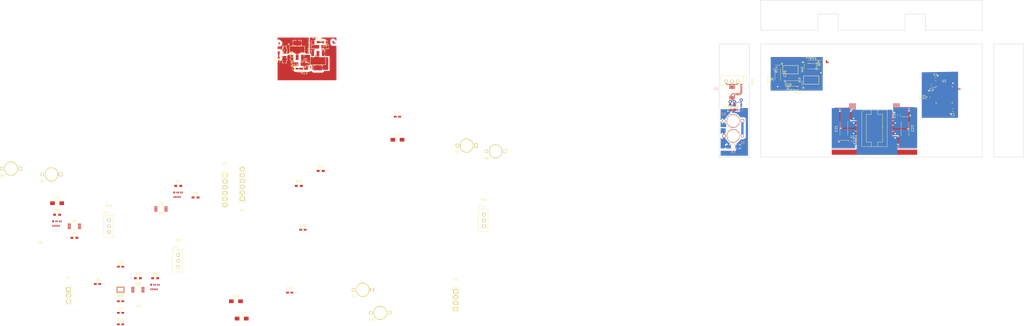
<source format=kicad_pcb>
(kicad_pcb (version 4) (host pcbnew 4.0.4+e1-6308~48~ubuntu14.04.1-stable)
  (layers (0 F.Cu signal) (31 B.Cu signal) (34 B.Paste user) (35 F.Paste user) (36 B.SilkS user hide) (37 F.SilkS user hide) (38 B.Mask user hide) (39 F.Mask user hide) (44 Edge.Cuts user))
  (net 0 "")
  (net 1 +3V3)
  (net 2 GND)
  (net 3 +5V)
  (net 4 "Net-(C16-Pad1)")
  (net 5 +12V)
  (net 6 "Net-(C17-Pad2)")
  (net 7 "Net-(C18-Pad2)")
  (net 8 "Net-(D1-Pad2)")
  (net 9 "Net-(D2-Pad2)")
  (net 10 "Net-(D3-Pad2)")
  (net 11 "Net-(D4-Pad2)")
  (net 12 "Net-(D5-Pad2)")
  (net 13 "Net-(D6-Pad2)")
  (net 14 "Net-(D7-Pad2)")
  (net 15 "Net-(D8-Pad2)")
  (net 16 "Net-(D9-Pad2)")
  (net 17 "Net-(D10-Pad2)")
  (net 18 "Net-(D11-Pad2)")
  (net 19 /BAT+)
  (net 20 "Net-(P1-Pad2)")
  (net 21 /CONNECTORS/AMOT+)
  (net 22 /CONNECTORS/AMOT-)
  (net 23 /CONNECTORS/AENCB)
  (net 24 /CONNECTORS/AENCA)
  (net 25 /MOTOR-DRIVER/AMOT1)
  (net 26 /MOTOR-DRIVER/AMOT2)
  (net 27 /CONNECTORS/BENCB)
  (net 28 /CONNECTORS/BENCA)
  (net 29 /CONNECTORS/RST)
  (net 30 /CONNECTORS/SWCLK)
  (net 31 "Net-(R2-Pad2)")
  (net 32 "Net-(R3-Pad2)")
  (net 33 "Net-(R4-Pad2)")
  (net 34 "Net-(R5-Pad2)")
  (net 35 "Net-(R6-Pad2)")
  (net 36 "Net-(R7-Pad2)")
  (net 37 "Net-(R8-Pad2)")
  (net 38 "Net-(R9-Pad2)")
  (net 39 /MCU/ACURRENT)
  (net 40 /MCU/BCURRENT)
  (net 41 "Net-(RV1-Pad2)")
  (net 42 "Net-(RV2-Pad2)")
  (net 43 "Net-(RV3-Pad2)")
  (net 44 "Net-(RV4-Pad2)")
  (net 45 "Net-(U1-Pad2)")
  (net 46 "Net-(U1-Pad3)")
  (net 47 "Net-(U1-Pad4)")
  (net 48 "Net-(U1-Pad5)")
  (net 49 "Net-(U1-Pad6)")
  (net 50 "Net-(U1-Pad10)")
  (net 51 "Net-(U1-Pad11)")
  (net 52 "Net-(U1-Pad12)")
  (net 53 "Net-(U1-Pad13)")
  (net 54 "Net-(U1-Pad14)")
  (net 55 "Net-(U1-Pad15)")
  (net 56 "Net-(U1-Pad16)")
  (net 57 "Net-(U1-Pad17)")
  (net 58 "Net-(U1-Pad18)")
  (net 59 "Net-(U1-Pad19)")
  (net 60 "Net-(U1-Pad20)")
  (net 61 "Net-(U1-Pad21)")
  (net 62 "Net-(U1-Pad22)")
  (net 63 "Net-(U1-Pad25)")
  (net 64 "Net-(U1-Pad26)")
  (net 65 "Net-(U1-Pad27)")
  (net 66 "Net-(U1-Pad28)")
  (net 67 "Net-(U1-Pad29)")
  (net 68 "Net-(U1-Pad30)")
  (net 69 "Net-(U1-Pad31)")
  (net 70 "Net-(U1-Pad32)")
  (net 71 "Net-(U1-Pad33)")
  (net 72 "Net-(U1-Pad38)")
  (net 73 "Net-(U1-Pad39)")
  (net 74 "Net-(U1-Pad40)")
  (net 75 "Net-(U1-Pad41)")
  (net 76 "Net-(U1-Pad42)")
  (net 77 "Net-(U1-Pad43)")
  (net 78 "Net-(U1-Pad44)")
  (net 79 "Net-(U1-Pad45)")
  (net 80 "Net-(U1-Pad46)")
  (net 81 "Net-(U2-Pad6)")
  (net 82 /SDA)
  (net 83 /SCL)
  (net 84 "Net-(U3-Pad6)")
  (net 85 "Net-(U3-Pad1)")
  (net 86 "Net-(U3-Pad3)")
  (net 87 "Net-(U4-Pad6)")
  (net 88 /VCNL/SDA)
  (net 89 "Net-(U5-Pad6)")
  (net 90 "Net-(U5-Pad1)")
  (net 91 "Net-(U5-Pad3)")
  (net 92 "Net-(U6-Pad6)")
  (net 93 "Net-(U7-Pad6)")
  (net 94 "Net-(U7-Pad1)")
  (net 95 "Net-(U7-Pad3)")
  (net 96 "Net-(U8-Pad6)")
  (net 97 "Net-(U9-Pad6)")
  (net 98 "Net-(U9-Pad1)")
  (net 99 "Net-(U9-Pad3)")
  (net 100 /INT4)
  (net 101 /INT3)
  (net 102 /INT1)
  (net 103 /INT2)
  (net 104 /DEN_G)
  (net 105 /MCU/APWM)
  (net 106 /MCU/B2)
  (net 107 /MCU/B1)
  (net 108 /MCU/BFAULT)
  (net 109 /MCU/BPWM)
  (net 110 /MCU/A2)
  (net 111 /MCU/AFAULT)
  (net 112 /MCU/A1)
  (net 113 /MCU/RST)
  (net 114 /CONNECTORS/SWDIO)
  (module warsztaty:LM1117_SOT223 (layer F.Cu) (at 395.343757 34.633199 90)
    (fp_text reference U13 (at 0 5.08 90) (layer F.SilkS) (effects (font (size 0.762 0.762) (thickness 0.1524))))
    (fp_text value LM1117-3.3 hide)
    (pad 3 smd rect (at -3.1 -2.3 90) (size 2.2 1.2) (layers F.Cu F.Paste F.Mask) (net 2 GND))
    (pad 2 smd rect (at -3.1 0 90) (size 2.2 1.2) (layers F.Cu F.Paste F.Mask) (net 1 +3V3))
    (pad 1 smd rect (at -3.1 2.3 90) (size 2.2 1.2) (layers F.Cu F.Paste F.Mask) (net 3 +5V))
    (pad 2 smd rect (at 3.1 0 90) (size 2.2 3.5) (layers F.Cu F.Paste F.Mask) (net 1 +3V3))
  )
  (module warsztaty:LM1117_SOT223 (layer F.Cu) (at 404.343757 39.133199 270)
    (fp_text reference U12 (at 0 5.08 270) (layer F.SilkS) (effects (font (size 0.762 0.762) (thickness 0.1524))))
    (fp_text value LM1117-5 hide)
    (pad 3 smd rect (at -3.1 -2.3 270) (size 2.2 1.2) (layers F.Cu F.Paste F.Mask) (net 2 GND))
    (pad 2 smd rect (at -3.1 0 270) (size 2.2 1.2) (layers F.Cu F.Paste F.Mask) (net 3 +5V))
    (pad 1 smd rect (at -3.1 2.3 270) (size 2.2 1.2) (layers F.Cu F.Paste F.Mask) (net 5 +12V))
    (pad 2 smd rect (at 3.1 0 270) (size 2.2 3.5) (layers F.Cu F.Paste F.Mask) (net 3 +5V))
  )
  (module Resistors_SMD:R_0603_HandSoldering (layer F.Cu) (at 403.343757 31.133199)
    (fp_text reference R12 (at 0 -1.9) (layer F.SilkS))
    (fp_text value 1K)
    (pad 1 smd rect (at -1.1 0) (size 1.2 0.9) (layers F.Cu F.Paste F.Mask) (net 5 +12V))
    (pad 2 smd rect (at 1.1 0) (size 1.2 0.9) (layers F.Cu F.Paste F.Mask) (net 16 "Net-(D9-Pad2)"))
  )
  (module LEDs:LED_0603 (layer F.Cu) (at 407.343757 31.133199 180)
    (fp_text reference D9 (at 0 -1.5 180) (layer F.SilkS))
    (fp_text value R)
    (pad 2 smd rect (at 0.7493 0) (size 0.79756 0.79756) (layers F.Cu F.Paste F.Mask) (net 16 "Net-(D9-Pad2)"))
    (pad 1 smd rect (at -0.7493 0) (size 0.79756 0.79756) (layers F.Cu F.Paste F.Mask) (net 2 GND))
  )
  (module Capacitors_Tantalum_SMD:TantalC_SizeA_EIA-3216_HandSoldering (layer F.Cu) (at 405.343757 33.133199)
    (fp_text reference C23 (at -0.20066 -3.0988) (layer F.SilkS))
    (fp_text value 10uF)
    (fp_text user + (at -4.59994 -1.80086) (layer F.SilkS))
    (pad 2 smd rect (at 1.99898 0) (size 2.99974 1.50114) (layers F.Cu F.Paste F.Mask) (net 2 GND))
    (pad 1 smd rect (at -1.99898 0) (size 2.99974 1.50114) (layers F.Cu F.Paste F.Mask) (net 5 +12V))
  )
  (module Resistors_SMD:R_0603_HandSoldering (layer F.Cu) (at 398.343757 42.633199 180)
    (fp_text reference R13 (at 0 -1.9 180) (layer F.SilkS))
    (fp_text value 1K)
    (pad 1 smd rect (at -1.1 0 180) (size 1.2 0.9) (layers F.Cu F.Paste F.Mask) (net 3 +5V))
    (pad 2 smd rect (at 1.1 0 180) (size 1.2 0.9) (layers F.Cu F.Paste F.Mask) (net 17 "Net-(D10-Pad2)"))
  )
  (module Capacitors_Tantalum_SMD:TantalC_SizeA_EIA-3216_HandSoldering (layer F.Cu) (at 396.344777 40.633199 180)
    (fp_text reference C24 (at -0.20066 -3.0988 180) (layer F.SilkS))
    (fp_text value 10uF)
    (fp_text user + (at -4.59994 -1.80086 180) (layer F.SilkS))
    (pad 2 smd rect (at 1.99898 0 180) (size 2.99974 1.50114) (layers F.Cu F.Paste F.Mask) (net 2 GND))
    (pad 1 smd rect (at -1.99898 0 180) (size 2.99974 1.50114) (layers F.Cu F.Paste F.Mask) (net 3 +5V))
  )
  (module LEDs:LED_0603 (layer F.Cu) (at 387.343757 38.633199 90)
    (fp_text reference D11 (at 0 -1.5 90) (layer F.SilkS))
    (fp_text value B)
    (pad 2 smd rect (at 0.7493 0 270) (size 0.79756 0.79756) (layers F.Cu F.Paste F.Mask) (net 18 "Net-(D11-Pad2)"))
    (pad 1 smd rect (at -0.7493 0 270) (size 0.79756 0.79756) (layers F.Cu F.Paste F.Mask) (net 2 GND))
  )
  (module LEDs:LED_0603 (layer F.Cu) (at 394.343757 42.633199)
    (fp_text reference D10 (at 0 -1.5) (layer F.SilkS))
    (fp_text value G)
    (pad 2 smd rect (at 0.7493 0 180) (size 0.79756 0.79756) (layers F.Cu F.Paste F.Mask) (net 17 "Net-(D10-Pad2)"))
    (pad 1 smd rect (at -0.7493 0 180) (size 0.79756 0.79756) (layers F.Cu F.Paste F.Mask) (net 2 GND))
  )
  (module Resistors_SMD:R_0603_HandSoldering (layer F.Cu) (at 387.343757 34.633199 270)
    (fp_text reference R14 (at 0 -1.9 270) (layer F.SilkS))
    (fp_text value 1K)
    (pad 1 smd rect (at -1.1 0 270) (size 1.2 0.9) (layers F.Cu F.Paste F.Mask) (net 1 +3V3))
    (pad 2 smd rect (at 1.1 0 270) (size 1.2 0.9) (layers F.Cu F.Paste F.Mask) (net 18 "Net-(D11-Pad2)"))
  )
  (module Capacitors_Tantalum_SMD:TantalC_SizeA_EIA-3216_HandSoldering (layer F.Cu) (at 389.843757 36.633199 270)
    (fp_text reference C26 (at -0.20066 -3.0988 270) (layer F.SilkS))
    (fp_text value 10uF)
    (fp_text user + (at -4.59994 -1.80086 270) (layer F.SilkS))
    (pad 2 smd rect (at 1.99898 0 270) (size 2.99974 1.50114) (layers F.Cu F.Paste F.Mask) (net 2 GND))
    (pad 1 smd rect (at -1.99898 0 270) (size 2.99974 1.50114) (layers F.Cu F.Paste F.Mask) (net 1 +3V3))
  )
  (module Housings_QFP:LQFP-48_7x7mm_Pitch0.5mm (layer F.Cu) (at 462 45.5)
    (fp_text reference U1 (at 0 -6) (layer F.SilkS))
    (fp_text value STM32F030C6Tx)
    (pad 1 smd rect (at -4.35 -2.75) (size 1.3 0.25) (layers F.Cu F.Paste F.Mask) (net 1 +3V3))
    (pad 2 smd rect (at -4.35 -2.25) (size 1.3 0.25) (layers F.Cu F.Paste F.Mask) (net 45 "Net-(U1-Pad2)"))
    (pad 3 smd rect (at -4.35 -1.75) (size 1.3 0.25) (layers F.Cu F.Paste F.Mask) (net 46 "Net-(U1-Pad3)"))
    (pad 4 smd rect (at -4.35 -1.25) (size 1.3 0.25) (layers F.Cu F.Paste F.Mask) (net 47 "Net-(U1-Pad4)"))
    (pad 5 smd rect (at -4.35 -0.75) (size 1.3 0.25) (layers F.Cu F.Paste F.Mask) (net 48 "Net-(U1-Pad5)"))
    (pad 6 smd rect (at -4.35 -0.25) (size 1.3 0.25) (layers F.Cu F.Paste F.Mask) (net 49 "Net-(U1-Pad6)"))
    (pad 7 smd rect (at -4.35 0.25) (size 1.3 0.25) (layers F.Cu F.Paste F.Mask) (net 113 /MCU/RST))
    (pad 8 smd rect (at -4.35 0.75) (size 1.3 0.25) (layers F.Cu F.Paste F.Mask) (net 2 GND))
    (pad 9 smd rect (at -4.35 1.25) (size 1.3 0.25) (layers F.Cu F.Paste F.Mask) (net 1 +3V3))
    (pad 10 smd rect (at -4.35 1.75) (size 1.3 0.25) (layers F.Cu F.Paste F.Mask) (net 50 "Net-(U1-Pad10)"))
    (pad 11 smd rect (at -4.35 2.25) (size 1.3 0.25) (layers F.Cu F.Paste F.Mask) (net 51 "Net-(U1-Pad11)"))
    (pad 12 smd rect (at -4.35 2.75) (size 1.3 0.25) (layers F.Cu F.Paste F.Mask) (net 52 "Net-(U1-Pad12)"))
    (pad 13 smd rect (at -2.75 4.35 90) (size 1.3 0.25) (layers F.Cu F.Paste F.Mask) (net 53 "Net-(U1-Pad13)"))
    (pad 14 smd rect (at -2.25 4.35 90) (size 1.3 0.25) (layers F.Cu F.Paste F.Mask) (net 54 "Net-(U1-Pad14)"))
    (pad 15 smd rect (at -1.75 4.35 90) (size 1.3 0.25) (layers F.Cu F.Paste F.Mask) (net 55 "Net-(U1-Pad15)"))
    (pad 16 smd rect (at -1.25 4.35 90) (size 1.3 0.25) (layers F.Cu F.Paste F.Mask) (net 56 "Net-(U1-Pad16)"))
    (pad 17 smd rect (at -0.75 4.35 90) (size 1.3 0.25) (layers F.Cu F.Paste F.Mask) (net 57 "Net-(U1-Pad17)"))
    (pad 18 smd rect (at -0.25 4.35 90) (size 1.3 0.25) (layers F.Cu F.Paste F.Mask) (net 58 "Net-(U1-Pad18)"))
    (pad 19 smd rect (at 0.25 4.35 90) (size 1.3 0.25) (layers F.Cu F.Paste F.Mask) (net 59 "Net-(U1-Pad19)"))
    (pad 20 smd rect (at 0.75 4.35 90) (size 1.3 0.25) (layers F.Cu F.Paste F.Mask) (net 60 "Net-(U1-Pad20)"))
    (pad 21 smd rect (at 1.25 4.35 90) (size 1.3 0.25) (layers F.Cu F.Paste F.Mask) (net 61 "Net-(U1-Pad21)"))
    (pad 22 smd rect (at 1.75 4.35 90) (size 1.3 0.25) (layers F.Cu F.Paste F.Mask) (net 62 "Net-(U1-Pad22)"))
    (pad 23 smd rect (at 2.25 4.35 90) (size 1.3 0.25) (layers F.Cu F.Paste F.Mask) (net 2 GND))
    (pad 24 smd rect (at 2.75 4.35 90) (size 1.3 0.25) (layers F.Cu F.Paste F.Mask) (net 1 +3V3))
    (pad 25 smd rect (at 4.35 2.75) (size 1.3 0.25) (layers F.Cu F.Paste F.Mask) (net 63 "Net-(U1-Pad25)"))
    (pad 26 smd rect (at 4.35 2.25) (size 1.3 0.25) (layers F.Cu F.Paste F.Mask) (net 64 "Net-(U1-Pad26)"))
    (pad 27 smd rect (at 4.35 1.75) (size 1.3 0.25) (layers F.Cu F.Paste F.Mask) (net 65 "Net-(U1-Pad27)"))
    (pad 28 smd rect (at 4.35 1.25) (size 1.3 0.25) (layers F.Cu F.Paste F.Mask) (net 66 "Net-(U1-Pad28)"))
    (pad 29 smd rect (at 4.35 0.75) (size 1.3 0.25) (layers F.Cu F.Paste F.Mask) (net 67 "Net-(U1-Pad29)"))
    (pad 30 smd rect (at 4.35 0.25) (size 1.3 0.25) (layers F.Cu F.Paste F.Mask) (net 68 "Net-(U1-Pad30)"))
    (pad 31 smd rect (at 4.35 -0.25) (size 1.3 0.25) (layers F.Cu F.Paste F.Mask) (net 69 "Net-(U1-Pad31)"))
    (pad 32 smd rect (at 4.35 -0.75) (size 1.3 0.25) (layers F.Cu F.Paste F.Mask) (net 70 "Net-(U1-Pad32)"))
    (pad 33 smd rect (at 4.35 -1.25) (size 1.3 0.25) (layers F.Cu F.Paste F.Mask) (net 71 "Net-(U1-Pad33)"))
    (pad 34 smd rect (at 4.35 -1.75) (size 1.3 0.25) (layers F.Cu F.Paste F.Mask) (net 114 /CONNECTORS/SWDIO))
    (pad 35 smd rect (at 4.35 -2.25) (size 1.3 0.25) (layers F.Cu F.Paste F.Mask) (net 83 /SCL))
    (pad 36 smd rect (at 4.35 -2.75) (size 1.3 0.25) (layers F.Cu F.Paste F.Mask) (net 82 /SDA))
    (pad 37 smd rect (at 2.75 -4.35 90) (size 1.3 0.25) (layers F.Cu F.Paste F.Mask) (net 30 /CONNECTORS/SWCLK))
    (pad 38 smd rect (at 2.25 -4.35 90) (size 1.3 0.25) (layers F.Cu F.Paste F.Mask) (net 72 "Net-(U1-Pad38)"))
    (pad 39 smd rect (at 1.75 -4.35 90) (size 1.3 0.25) (layers F.Cu F.Paste F.Mask) (net 73 "Net-(U1-Pad39)"))
    (pad 40 smd rect (at 1.25 -4.35 90) (size 1.3 0.25) (layers F.Cu F.Paste F.Mask) (net 74 "Net-(U1-Pad40)"))
    (pad 41 smd rect (at 0.75 -4.35 90) (size 1.3 0.25) (layers F.Cu F.Paste F.Mask) (net 75 "Net-(U1-Pad41)"))
    (pad 42 smd rect (at 0.25 -4.35 90) (size 1.3 0.25) (layers F.Cu F.Paste F.Mask) (net 76 "Net-(U1-Pad42)"))
    (pad 43 smd rect (at -0.25 -4.35 90) (size 1.3 0.25) (layers F.Cu F.Paste F.Mask) (net 77 "Net-(U1-Pad43)"))
    (pad 44 smd rect (at -0.75 -4.35 90) (size 1.3 0.25) (layers F.Cu F.Paste F.Mask) (net 78 "Net-(U1-Pad44)"))
    (pad 45 smd rect (at -1.25 -4.35 90) (size 1.3 0.25) (layers F.Cu F.Paste F.Mask) (net 79 "Net-(U1-Pad45)"))
    (pad 46 smd rect (at -1.75 -4.35 90) (size 1.3 0.25) (layers F.Cu F.Paste F.Mask) (net 80 "Net-(U1-Pad46)"))
    (pad 47 smd rect (at -2.25 -4.35 90) (size 1.3 0.25) (layers F.Cu F.Paste F.Mask) (net 2 GND))
    (pad 48 smd rect (at -2.75 -4.35 90) (size 1.3 0.25) (layers F.Cu F.Paste F.Mask) (net 1 +3V3))
  )
  (module Capacitors_SMD:C_0603_HandSoldering (layer F.Cu) (at 465.75 52.25 180)
    (fp_text reference C1 (at 0 -1.9 180) (layer F.SilkS))
    (fp_text value 100nF)
    (pad 1 smd rect (at -0.95 0 180) (size 1.2 0.75) (layers F.Cu F.Paste F.Mask) (net 1 +3V3))
    (pad 2 smd rect (at 0.95 0 180) (size 1.2 0.75) (layers F.Cu F.Paste F.Mask) (net 2 GND))
  )
  (module Capacitors_SMD:C_0603_HandSoldering (layer F.Cu) (at 455.25 46.5 90)
    (fp_text reference C2 (at 0 -1.9 90) (layer F.SilkS))
    (fp_text value 100nF)
    (pad 1 smd rect (at -0.95 0 90) (size 1.2 0.75) (layers F.Cu F.Paste F.Mask) (net 1 +3V3))
    (pad 2 smd rect (at 0.95 0 90) (size 1.2 0.75) (layers F.Cu F.Paste F.Mask) (net 2 GND))
  )
  (module Capacitors_SMD:C_0603_HandSoldering (layer F.Cu) (at 456.5 41.5 180)
    (fp_text reference C3 (at 0 -1.9 180) (layer F.SilkS))
    (fp_text value 100nF)
    (pad 1 smd rect (at -0.95 0 180) (size 1.2 0.75) (layers F.Cu F.Paste F.Mask) (net 1 +3V3))
    (pad 2 smd rect (at 0.95 0 180) (size 1.2 0.75) (layers F.Cu F.Paste F.Mask) (net 2 GND))
  )
  (module Capacitors_SMD:C_0603_HandSoldering (layer F.Cu) (at 458.25 38.75)
    (fp_text reference C4 (at 0 -1.9) (layer F.SilkS))
    (fp_text value 100nF)
    (pad 1 smd rect (at -0.95 0) (size 1.2 0.75) (layers F.Cu F.Paste F.Mask) (net 1 +3V3))
    (pad 2 smd rect (at 0.95 0) (size 1.2 0.75) (layers F.Cu F.Paste F.Mask) (net 2 GND))
  )
  (module Capacitors_SMD:C_0603_HandSoldering (layer B.Cu) (at 374.027326 50.839356 270)
    (fp_text reference C5 (at 0 1.9 270) (layer B.SilkS) (effects (justify mirror)))
    (fp_text value 100nF)
    (pad 1 smd rect (at -0.95 0 270) (size 1.2 0.75) (layers B.Cu B.Paste B.Mask) (net 1 +3V3))
    (pad 2 smd rect (at 0.95 0 270) (size 1.2 0.75) (layers B.Cu B.Paste B.Mask) (net 2 GND))
  )
  (module Capacitors_SMD:C_1206_HandSoldering (layer B.Cu) (at 370.5 68)
    (fp_text reference C6 (at 0 2.3) (layer B.SilkS) (effects (justify mirror)))
    (fp_text value 1uF)
    (pad 1 smd rect (at -2 0) (size 2 1.6) (layers B.Cu B.Paste B.Mask) (net 3 +5V))
    (pad 2 smd rect (at 2 0) (size 2 1.6) (layers B.Cu B.Paste B.Mask) (net 2 GND))
  )
  (module Capacitors_SMD:C_0603_HandSoldering (layer F.Cu) (at 105 135)
    (fp_text reference C7 (at 0 -1.9) (layer F.SilkS))
    (fp_text value 100nF)
    (pad 1 smd rect (at -0.95 0) (size 1.2 0.75) (layers F.Cu F.Paste F.Mask) (net 1 +3V3))
    (pad 2 smd rect (at 0.95 0) (size 1.2 0.75) (layers F.Cu F.Paste F.Mask) (net 2 GND))
  )
  (module Capacitors_SMD:C_1206_HandSoldering (layer F.Cu) (at 77.5 92.5)
    (fp_text reference C8 (at 0 -2.3) (layer F.SilkS))
    (fp_text value 1uF)
    (pad 1 smd rect (at -2 0) (size 2 1.6) (layers F.Cu F.Paste F.Mask) (net 3 +5V))
    (pad 2 smd rect (at 2 0) (size 2 1.6) (layers F.Cu F.Paste F.Mask) (net 2 GND))
  )
  (module Capacitors_SMD:C_0603_HandSoldering (layer F.Cu) (at 95 127.5)
    (fp_text reference C9 (at 0 -1.9) (layer F.SilkS))
    (fp_text value 100nF)
    (pad 1 smd rect (at -0.95 0) (size 1.2 0.75) (layers F.Cu F.Paste F.Mask) (net 1 +3V3))
    (pad 2 smd rect (at 0.95 0) (size 1.2 0.75) (layers F.Cu F.Paste F.Mask) (net 2 GND))
  )
  (module Capacitors_SMD:C_1206_HandSoldering (layer F.Cu) (at 155 135)
    (fp_text reference C10 (at 0 -2.3) (layer F.SilkS))
    (fp_text value 1uF)
    (pad 1 smd rect (at -2 0) (size 2 1.6) (layers F.Cu F.Paste F.Mask) (net 3 +5V))
    (pad 2 smd rect (at 2 0) (size 2 1.6) (layers F.Cu F.Paste F.Mask) (net 2 GND))
  )
  (module Capacitors_SMD:C_0603_HandSoldering (layer F.Cu) (at 105 140)
    (fp_text reference C11 (at 0 -1.9) (layer F.SilkS))
    (fp_text value 100nF)
    (pad 1 smd rect (at -0.95 0) (size 1.2 0.75) (layers F.Cu F.Paste F.Mask) (net 1 +3V3))
    (pad 2 smd rect (at 0.95 0) (size 1.2 0.75) (layers F.Cu F.Paste F.Mask) (net 2 GND))
  )
  (module Capacitors_SMD:C_1206_HandSoldering (layer F.Cu) (at 157.5 142.5)
    (fp_text reference C12 (at 0 -2.3) (layer F.SilkS))
    (fp_text value 1uF)
    (pad 1 smd rect (at -2 0) (size 2 1.6) (layers F.Cu F.Paste F.Mask) (net 3 +5V))
    (pad 2 smd rect (at 2 0) (size 2 1.6) (layers F.Cu F.Paste F.Mask) (net 2 GND))
  )
  (module Capacitors_SMD:C_0603_HandSoldering (layer F.Cu) (at 105 145)
    (fp_text reference C13 (at 0 -1.9) (layer F.SilkS))
    (fp_text value 100nF)
    (pad 1 smd rect (at -0.95 0) (size 1.2 0.75) (layers F.Cu F.Paste F.Mask) (net 1 +3V3))
    (pad 2 smd rect (at 0.95 0) (size 1.2 0.75) (layers F.Cu F.Paste F.Mask) (net 2 GND))
  )
  (module Capacitors_SMD:C_0603_HandSoldering (layer F.Cu) (at 225 55)
    (fp_text reference C14 (at 0 -1.9) (layer F.SilkS))
    (fp_text value 100nF)
    (pad 1 smd rect (at -0.95 0) (size 1.2 0.75) (layers F.Cu F.Paste F.Mask) (net 1 +3V3))
    (pad 2 smd rect (at 0.95 0) (size 1.2 0.75) (layers F.Cu F.Paste F.Mask) (net 2 GND))
  )
  (module Capacitors_SMD:C_1206_HandSoldering (layer F.Cu) (at 225 65)
    (fp_text reference C15 (at 0 -2.3) (layer F.SilkS))
    (fp_text value 10uF)
    (pad 1 smd rect (at -2 0) (size 2 1.6) (layers F.Cu F.Paste F.Mask) (net 1 +3V3))
    (pad 2 smd rect (at 2 0) (size 2 1.6) (layers F.Cu F.Paste F.Mask) (net 2 GND))
  )
  (module Capacitors_SMD:C_0603_HandSoldering (layer F.Cu) (at 105 120)
    (fp_text reference C16 (at 0 -1.9) (layer F.SilkS))
    (fp_text value 10nF)
    (pad 1 smd rect (at -0.95 0) (size 1.2 0.75) (layers F.Cu F.Paste F.Mask) (net 4 "Net-(C16-Pad1)"))
    (pad 2 smd rect (at 0.95 0) (size 1.2 0.75) (layers F.Cu F.Paste F.Mask) (net 2 GND))
  )
  (module Capacitors_SMD:C_0603_HandSoldering (layer F.Cu) (at 421.25 65.5 270)
    (fp_text reference C17 (at 0 -1.9 270) (layer F.SilkS))
    (fp_text value 100nF)
    (pad 1 smd rect (at -0.95 0 270) (size 1.2 0.75) (layers F.Cu F.Paste F.Mask) (net 5 +12V))
    (pad 2 smd rect (at 0.95 0 270) (size 1.2 0.75) (layers F.Cu F.Paste F.Mask) (net 6 "Net-(C17-Pad2)"))
  )
  (module Capacitors_SMD:C_0603_HandSoldering (layer F.Cu) (at 442.25 54.25 90)
    (fp_text reference C18 (at 0 -1.9 90) (layer F.SilkS))
    (fp_text value 100nF)
    (pad 1 smd rect (at -0.95 0 90) (size 1.2 0.75) (layers F.Cu F.Paste F.Mask) (net 5 +12V))
    (pad 2 smd rect (at 0.95 0 90) (size 1.2 0.75) (layers F.Cu F.Paste F.Mask) (net 7 "Net-(C18-Pad2)"))
  )
  (module Capacitors_SMD:C_0603_HandSoldering (layer F.Cu) (at 178.3 131.25)
    (fp_text reference C19 (at 0 -1.9) (layer F.SilkS))
    (fp_text value 100nF)
    (pad 1 smd rect (at -0.95 0) (size 1.2 0.75) (layers F.Cu F.Paste F.Mask) (net 5 +12V))
    (pad 2 smd rect (at 0.95 0) (size 1.2 0.75) (layers F.Cu F.Paste F.Mask) (net 2 GND))
  )
  (module Capacitors_SMD:C_0603_HandSoldering (layer F.Cu) (at 184.05 104)
    (fp_text reference C20 (at 0 -1.9) (layer F.SilkS))
    (fp_text value 100nF)
    (pad 1 smd rect (at -0.95 0) (size 1.2 0.75) (layers F.Cu F.Paste F.Mask) (net 5 +12V))
    (pad 2 smd rect (at 0.95 0) (size 1.2 0.75) (layers F.Cu F.Paste F.Mask) (net 2 GND))
  )
  (module Capacitors_Tantalum_SMD:TantalC_SizeC_EIA-6032_HandSoldering (layer F.Cu) (at 418.5 60 90)
    (fp_text reference C21 (at -0.20066 -3.29946 90) (layer F.SilkS))
    (fp_text value 100uF)
    (fp_text user + (at -5.75056 -2.19964 90) (layer F.SilkS))
    (pad 2 smd rect (at 2.99974 0 90) (size 3.50012 1.80086) (layers F.Cu F.Paste F.Mask) (net 2 GND))
    (pad 1 smd rect (at -2.99974 0 90) (size 3.50012 1.80086) (layers F.Cu F.Paste F.Mask) (net 5 +12V))
  )
  (module Capacitors_Tantalum_SMD:TantalC_SizeC_EIA-6032_HandSoldering (layer F.Cu) (at 445 60.25 270)
    (fp_text reference C22 (at -0.20066 -3.29946 270) (layer F.SilkS))
    (fp_text value 100uF)
    (fp_text user + (at -5.75056 -2.19964 270) (layer F.SilkS))
    (pad 2 smd rect (at 2.99974 0 270) (size 3.50012 1.80086) (layers F.Cu F.Paste F.Mask) (net 2 GND))
    (pad 1 smd rect (at -2.99974 0 270) (size 3.50012 1.80086) (layers F.Cu F.Paste F.Mask) (net 5 +12V))
  )
  (module Capacitors_Tantalum_SMD:TantalC_SizeA_EIA-3216_HandSoldering (layer F.Cu) (at 191.55 24.7)
    (fp_text reference C23 (at -0.20066 -3.0988) (layer F.SilkS))
    (fp_text value 10uF)
    (fp_text user + (at -4.59994 -1.80086) (layer F.SilkS))
    (pad 2 smd rect (at 1.99898 0) (size 2.99974 1.50114) (layers F.Cu F.Paste F.Mask) (net 2 GND))
    (pad 1 smd rect (at -1.99898 0) (size 2.99974 1.50114) (layers F.Cu F.Paste F.Mask) (net 5 +12V))
  )
  (module Capacitors_Tantalum_SMD:TantalC_SizeA_EIA-3216_HandSoldering (layer F.Cu) (at 182.55102 32.2 180)
    (fp_text reference C24 (at -0.20066 -3.0988 180) (layer F.SilkS))
    (fp_text value 10uF)
    (fp_text user + (at -4.59994 -1.80086 180) (layer F.SilkS))
    (pad 2 smd rect (at 1.99898 0 180) (size 2.99974 1.50114) (layers F.Cu F.Paste F.Mask) (net 2 GND))
    (pad 1 smd rect (at -1.99898 0 180) (size 2.99974 1.50114) (layers F.Cu F.Paste F.Mask) (net 3 +5V))
  )
  (module Capacitors_Tantalum_SMD:TantalC_SizeA_EIA-3216_HandSoldering (layer F.Cu) (at 176.05 28.2 270)
    (fp_text reference C26 (at -0.20066 -3.0988 270) (layer F.SilkS))
    (fp_text value 10uF)
    (fp_text user + (at -4.59994 -1.80086 270) (layer F.SilkS))
    (pad 2 smd rect (at 1.99898 0 270) (size 2.99974 1.50114) (layers F.Cu F.Paste F.Mask) (net 2 GND))
    (pad 1 smd rect (at -1.99898 0 270) (size 2.99974 1.50114) (layers F.Cu F.Paste F.Mask) (net 1 +3V3))
  )
  (module libraries:TSHF6210_Reverse (layer B.Cu) (at 370.527326 63.339356 180)
    (fp_text reference D1 (at -4 -3 180) (layer B.SilkS) (effects (justify mirror)))
    (fp_text value TSHF6210)
    (pad "" thru_hole oval (at 0 0 180) (size 5.5 6) (drill 5) (layers *.Cu *.Mask B.SilkS))
    (pad 1 thru_hole rect (at 4 0 180) (size 1.5 1.5) (drill 0.8) (layers *.Cu *.Mask B.SilkS) (net 3 +5V))
    (pad 2 thru_hole oval (at -4 0 180) (size 1.5 1.5) (drill 0.8) (layers *.Cu *.Mask B.SilkS) (net 8 "Net-(D1-Pad2)"))
  )
  (module libraries:TSHF6210_Reverse (layer B.Cu) (at 370.527326 56.839356)
    (fp_text reference D2 (at -4 -3) (layer B.SilkS) (effects (justify mirror)))
    (fp_text value TSHF6210)
    (pad "" thru_hole oval (at 0 0) (size 5.5 6) (drill 5) (layers *.Cu *.Mask B.SilkS))
    (pad 1 thru_hole rect (at 4 0) (size 1.5 1.5) (drill 0.8) (layers *.Cu *.Mask B.SilkS) (net 8 "Net-(D1-Pad2)"))
    (pad 2 thru_hole oval (at -4 0) (size 1.5 1.5) (drill 0.8) (layers *.Cu *.Mask B.SilkS) (net 9 "Net-(D2-Pad2)"))
  )
  (module libraries:TSHF6210_Reverse (layer F.Cu) (at 217.5 140)
    (fp_text reference D3 (at -4 3) (layer F.SilkS))
    (fp_text value TSHF6210)
    (pad 1 thru_hole oval (at 0 0) (size 5.5 6) (drill 5) (layers *.Cu *.Mask F.SilkS) (net 3 +5V))
    (pad 1 thru_hole rect (at 4 0) (size 1.5 1.5) (drill 0.8) (layers *.Cu *.Mask F.SilkS) (net 3 +5V))
    (pad 2 thru_hole oval (at -4 0) (size 1.5 1.5) (drill 0.8) (layers *.Cu *.Mask F.SilkS) (net 10 "Net-(D3-Pad2)"))
  )
  (module libraries:TSHF6210_Reverse (layer F.Cu) (at 210 130)
    (fp_text reference D4 (at -4 3) (layer F.SilkS))
    (fp_text value TSHF6210)
    (pad 1 thru_hole oval (at 0 0) (size 5.5 6) (drill 5) (layers *.Cu *.Mask F.SilkS) (net 10 "Net-(D3-Pad2)"))
    (pad 1 thru_hole rect (at 4 0) (size 1.5 1.5) (drill 0.8) (layers *.Cu *.Mask F.SilkS) (net 10 "Net-(D3-Pad2)"))
    (pad 2 thru_hole oval (at -4 0) (size 1.5 1.5) (drill 0.8) (layers *.Cu *.Mask F.SilkS) (net 11 "Net-(D4-Pad2)"))
  )
  (module libraries:TSHF6210_Reverse (layer F.Cu) (at 75 80)
    (fp_text reference D5 (at -4 3) (layer F.SilkS))
    (fp_text value TSHF6210)
    (pad 1 thru_hole oval (at 0 0) (size 5.5 6) (drill 5) (layers *.Cu *.Mask F.SilkS) (net 3 +5V))
    (pad 1 thru_hole rect (at 4 0) (size 1.5 1.5) (drill 0.8) (layers *.Cu *.Mask F.SilkS) (net 3 +5V))
    (pad 2 thru_hole oval (at -4 0) (size 1.5 1.5) (drill 0.8) (layers *.Cu *.Mask F.SilkS) (net 12 "Net-(D5-Pad2)"))
  )
  (module libraries:TSHF6210_Reverse (layer F.Cu) (at 57.5 77.5)
    (fp_text reference D6 (at -4 3) (layer F.SilkS))
    (fp_text value TSHF6210)
    (pad 1 thru_hole oval (at 0 0) (size 5.5 6) (drill 5) (layers *.Cu *.Mask F.SilkS) (net 12 "Net-(D5-Pad2)"))
    (pad 1 thru_hole rect (at 4 0) (size 1.5 1.5) (drill 0.8) (layers *.Cu *.Mask F.SilkS) (net 12 "Net-(D5-Pad2)"))
    (pad 2 thru_hole oval (at -4 0) (size 1.5 1.5) (drill 0.8) (layers *.Cu *.Mask F.SilkS) (net 13 "Net-(D6-Pad2)"))
  )
  (module libraries:TSHF6210_Reverse (layer F.Cu) (at 255 67.5)
    (fp_text reference D7 (at -4 3) (layer F.SilkS))
    (fp_text value TSHF6210)
    (pad 1 thru_hole oval (at 0 0) (size 5.5 6) (drill 5) (layers *.Cu *.Mask F.SilkS) (net 3 +5V))
    (pad 1 thru_hole rect (at 4 0) (size 1.5 1.5) (drill 0.8) (layers *.Cu *.Mask F.SilkS) (net 3 +5V))
    (pad 2 thru_hole oval (at -4 0) (size 1.5 1.5) (drill 0.8) (layers *.Cu *.Mask F.SilkS) (net 14 "Net-(D7-Pad2)"))
  )
  (module libraries:TSHF6210_Reverse (layer F.Cu) (at 267.5 70)
    (fp_text reference D8 (at -4 3) (layer F.SilkS))
    (fp_text value TSHF6210)
    (pad 1 thru_hole oval (at 0 0) (size 5.5 6) (drill 5) (layers *.Cu *.Mask F.SilkS) (net 14 "Net-(D7-Pad2)"))
    (pad 1 thru_hole rect (at 4 0) (size 1.5 1.5) (drill 0.8) (layers *.Cu *.Mask F.SilkS) (net 14 "Net-(D7-Pad2)"))
    (pad 2 thru_hole oval (at -4 0) (size 1.5 1.5) (drill 0.8) (layers *.Cu *.Mask F.SilkS) (net 15 "Net-(D8-Pad2)"))
  )
  (module LEDs:LED_0603 (layer F.Cu) (at 193.55 22.7 180)
    (fp_text reference D9 (at 0 -1.5 180) (layer F.SilkS))
    (fp_text value R)
    (pad 2 smd rect (at 0.7493 0) (size 0.79756 0.79756) (layers F.Cu F.Paste F.Mask) (net 16 "Net-(D9-Pad2)"))
    (pad 1 smd rect (at -0.7493 0) (size 0.79756 0.79756) (layers F.Cu F.Paste F.Mask) (net 2 GND))
  )
  (module LEDs:LED_0603 (layer F.Cu) (at 180.55 34.2)
    (fp_text reference D10 (at 0 -1.5) (layer F.SilkS))
    (fp_text value G)
    (pad 2 smd rect (at 0.7493 0 180) (size 0.79756 0.79756) (layers F.Cu F.Paste F.Mask) (net 17 "Net-(D10-Pad2)"))
    (pad 1 smd rect (at -0.7493 0 180) (size 0.79756 0.79756) (layers F.Cu F.Paste F.Mask) (net 2 GND))
  )
  (module LEDs:LED_0603 (layer F.Cu) (at 173.55 30.2 90)
    (fp_text reference D11 (at 0 -1.5 90) (layer F.SilkS))
    (fp_text value B)
    (pad 2 smd rect (at 0.7493 0 270) (size 0.79756 0.79756) (layers F.Cu F.Paste F.Mask) (net 18 "Net-(D11-Pad2)"))
    (pad 1 smd rect (at -0.7493 0 270) (size 0.79756 0.79756) (layers F.Cu F.Paste F.Mask) (net 2 GND))
  )
  (module Pin_Headers:Pin_Header_Straight_1x03 (layer F.Cu) (at 82.5 130)
    (fp_text reference P1 (at 0 -5.1) (layer F.SilkS))
    (fp_text value CONN_01X03)
    (pad 1 thru_hole rect (at 0 0) (size 2.032 1.7272) (drill 1.016) (layers *.Cu *.Mask F.SilkS) (net 19 /BAT+))
    (pad 2 thru_hole oval (at 0 2.54) (size 2.032 1.7272) (drill 1.016) (layers *.Cu *.Mask F.SilkS) (net 20 "Net-(P1-Pad2)"))
    (pad 3 thru_hole oval (at 0 5.08) (size 2.032 1.7272) (drill 1.016) (layers *.Cu *.Mask F.SilkS) (net 2 GND))
  )
  (module Pin_Headers:Pin_Header_Straight_1x06 (layer F.Cu) (at 157.75 90.5 180)
    (fp_text reference P2 (at 0 -5.1 180) (layer F.SilkS))
    (fp_text value IE2-512)
    (pad 1 thru_hole rect (at 0 0 180) (size 2.032 1.7272) (drill 1.016) (layers *.Cu *.Mask F.SilkS) (net 21 /CONNECTORS/AMOT+))
    (pad 2 thru_hole oval (at 0 2.54 180) (size 2.032 1.7272) (drill 1.016) (layers *.Cu *.Mask F.SilkS) (net 22 /CONNECTORS/AMOT-))
    (pad 3 thru_hole oval (at 0 5.08 180) (size 2.032 1.7272) (drill 1.016) (layers *.Cu *.Mask F.SilkS) (net 2 GND))
    (pad 4 thru_hole oval (at 0 7.62 180) (size 2.032 1.7272) (drill 1.016) (layers *.Cu *.Mask F.SilkS) (net 3 +5V))
    (pad 5 thru_hole oval (at 0 10.16 180) (size 2.032 1.7272) (drill 1.016) (layers *.Cu *.Mask F.SilkS) (net 23 /CONNECTORS/AENCB))
    (pad 6 thru_hole oval (at 0 12.7 180) (size 2.032 1.7272) (drill 1.016) (layers *.Cu *.Mask F.SilkS) (net 24 /CONNECTORS/AENCA))
  )
  (module Pin_Headers:Pin_Header_Straight_1x06 (layer F.Cu) (at 150.25 80.5)
    (fp_text reference P3 (at 0 -5.1) (layer F.SilkS))
    (fp_text value IE2-512)
    (pad 1 thru_hole rect (at 0 0) (size 2.032 1.7272) (drill 1.016) (layers *.Cu *.Mask F.SilkS) (net 25 /MOTOR-DRIVER/AMOT1))
    (pad 2 thru_hole oval (at 0 2.54) (size 2.032 1.7272) (drill 1.016) (layers *.Cu *.Mask F.SilkS) (net 26 /MOTOR-DRIVER/AMOT2))
    (pad 3 thru_hole oval (at 0 5.08) (size 2.032 1.7272) (drill 1.016) (layers *.Cu *.Mask F.SilkS) (net 2 GND))
    (pad 4 thru_hole oval (at 0 7.62) (size 2.032 1.7272) (drill 1.016) (layers *.Cu *.Mask F.SilkS) (net 3 +5V))
    (pad 5 thru_hole oval (at 0 10.16) (size 2.032 1.7272) (drill 1.016) (layers *.Cu *.Mask F.SilkS) (net 27 /CONNECTORS/BENCB))
    (pad 6 thru_hole oval (at 0 12.7) (size 2.032 1.7272) (drill 1.016) (layers *.Cu *.Mask F.SilkS) (net 28 /CONNECTORS/BENCA))
  )
  (module Pin_Headers:Pin_Header_Straight_1x04 (layer F.Cu) (at 250.25 130.71)
    (fp_text reference P4 (at 0 -5.1) (layer F.SilkS))
    (fp_text value SWD)
    (pad 1 thru_hole rect (at 0 0) (size 2.032 1.7272) (drill 1.016) (layers *.Cu *.Mask F.SilkS) (net 114 /CONNECTORS/SWDIO))
    (pad 2 thru_hole oval (at 0 2.54) (size 2.032 1.7272) (drill 1.016) (layers *.Cu *.Mask F.SilkS) (net 30 /CONNECTORS/SWCLK))
    (pad 3 thru_hole oval (at 0 5.08) (size 2.032 1.7272) (drill 1.016) (layers *.Cu *.Mask F.SilkS) (net 29 /CONNECTORS/RST))
    (pad 4 thru_hole oval (at 0 7.62) (size 2.032 1.7272) (drill 1.016) (layers *.Cu *.Mask F.SilkS) (net 2 GND))
  )
  (module Resistors_SMD:R_0603_HandSoldering (layer F.Cu) (at 453.5 46.5 90)
    (fp_text reference R1 (at 0 -1.9 90) (layer F.SilkS))
    (fp_text value 4k7)
    (pad 1 smd rect (at -1.1 0 90) (size 1.2 0.9) (layers F.Cu F.Paste F.Mask) (net 1 +3V3))
    (pad 2 smd rect (at 1.1 0 90) (size 1.2 0.9) (layers F.Cu F.Paste F.Mask) (net 113 /MCU/RST))
  )
  (module Resistors_SMD:R_0603_HandSoldering (layer F.Cu) (at 369.25 51 90)
    (fp_text reference R2 (at 0 -1.9 90) (layer F.SilkS))
    (fp_text value 4k7)
    (pad 1 smd rect (at -1.1 0 90) (size 1.2 0.9) (layers F.Cu F.Paste F.Mask) (net 1 +3V3))
    (pad 2 smd rect (at 1.1 0 90) (size 1.2 0.9) (layers F.Cu F.Paste F.Mask) (net 31 "Net-(R2-Pad2)"))
  )
  (module Resistors_SMD:R_0603_HandSoldering (layer F.Cu) (at 371 51 90)
    (fp_text reference R3 (at 0 -1.9 90) (layer F.SilkS))
    (fp_text value 4k7)
    (pad 1 smd rect (at -1.1 0 90) (size 1.2 0.9) (layers F.Cu F.Paste F.Mask) (net 1 +3V3))
    (pad 2 smd rect (at 1.1 0 90) (size 1.2 0.9) (layers F.Cu F.Paste F.Mask) (net 32 "Net-(R3-Pad2)"))
  )
  (module Resistors_SMD:R_0603_HandSoldering (layer F.Cu) (at 85 107.5)
    (fp_text reference R4 (at 0 -1.9) (layer F.SilkS))
    (fp_text value 4k7)
    (pad 1 smd rect (at -1.1 0) (size 1.2 0.9) (layers F.Cu F.Paste F.Mask) (net 1 +3V3))
    (pad 2 smd rect (at 1.1 0) (size 1.2 0.9) (layers F.Cu F.Paste F.Mask) (net 33 "Net-(R4-Pad2)"))
  )
  (module Resistors_SMD:R_0603_HandSoldering (layer F.Cu) (at 77.5 97.5)
    (fp_text reference R5 (at 0 -1.9) (layer F.SilkS))
    (fp_text value 4k7)
    (pad 1 smd rect (at -1.1 0) (size 1.2 0.9) (layers F.Cu F.Paste F.Mask) (net 1 +3V3))
    (pad 2 smd rect (at 1.1 0) (size 1.2 0.9) (layers F.Cu F.Paste F.Mask) (net 34 "Net-(R5-Pad2)"))
  )
  (module Resistors_SMD:R_0603_HandSoldering (layer F.Cu) (at 137.5 90)
    (fp_text reference R6 (at 0 -1.9) (layer F.SilkS))
    (fp_text value 4k7)
    (pad 1 smd rect (at -1.1 0) (size 1.2 0.9) (layers F.Cu F.Paste F.Mask) (net 1 +3V3))
    (pad 2 smd rect (at 1.1 0) (size 1.2 0.9) (layers F.Cu F.Paste F.Mask) (net 35 "Net-(R6-Pad2)"))
  )
  (module Resistors_SMD:R_0603_HandSoldering (layer F.Cu) (at 130 85)
    (fp_text reference R7 (at 0 -1.9) (layer F.SilkS))
    (fp_text value 4k7)
    (pad 1 smd rect (at -1.1 0) (size 1.2 0.9) (layers F.Cu F.Paste F.Mask) (net 1 +3V3))
    (pad 2 smd rect (at 1.1 0) (size 1.2 0.9) (layers F.Cu F.Paste F.Mask) (net 36 "Net-(R7-Pad2)"))
  )
  (module Resistors_SMD:R_0603_HandSoldering (layer F.Cu) (at 120 125)
    (fp_text reference R8 (at 0 -1.9) (layer F.SilkS))
    (fp_text value 4k7)
    (pad 1 smd rect (at -1.1 0) (size 1.2 0.9) (layers F.Cu F.Paste F.Mask) (net 1 +3V3))
    (pad 2 smd rect (at 1.1 0) (size 1.2 0.9) (layers F.Cu F.Paste F.Mask) (net 37 "Net-(R8-Pad2)"))
  )
  (module Resistors_SMD:R_0603_HandSoldering (layer F.Cu) (at 112.5 125)
    (fp_text reference R9 (at 0 -1.9) (layer F.SilkS))
    (fp_text value 4k7)
    (pad 1 smd rect (at -1.1 0) (size 1.2 0.9) (layers F.Cu F.Paste F.Mask) (net 1 +3V3))
    (pad 2 smd rect (at 1.1 0) (size 1.2 0.9) (layers F.Cu F.Paste F.Mask) (net 38 "Net-(R9-Pad2)"))
  )
  (module Resistors_SMD:R_0603_HandSoldering (layer F.Cu) (at 182.25 85)
    (fp_text reference R10 (at 0 -1.9) (layer F.SilkS))
    (fp_text value 220R)
    (pad 1 smd rect (at -1.1 0) (size 1.2 0.9) (layers F.Cu F.Paste F.Mask) (net 39 /MCU/ACURRENT))
    (pad 2 smd rect (at 1.1 0) (size 1.2 0.9) (layers F.Cu F.Paste F.Mask) (net 2 GND))
  )
  (module Resistors_SMD:R_0603_HandSoldering (layer F.Cu) (at 191.75 78.5)
    (fp_text reference R11 (at 0 -1.9) (layer F.SilkS))
    (fp_text value 220R)
    (pad 1 smd rect (at -1.1 0) (size 1.2 0.9) (layers F.Cu F.Paste F.Mask) (net 40 /MCU/BCURRENT))
    (pad 2 smd rect (at 1.1 0) (size 1.2 0.9) (layers F.Cu F.Paste F.Mask) (net 2 GND))
  )
  (module Resistors_SMD:R_0603_HandSoldering (layer F.Cu) (at 189.55 22.7)
    (fp_text reference R12 (at 0 -1.9) (layer F.SilkS))
    (fp_text value 1K)
    (pad 1 smd rect (at -1.1 0) (size 1.2 0.9) (layers F.Cu F.Paste F.Mask) (net 5 +12V))
    (pad 2 smd rect (at 1.1 0) (size 1.2 0.9) (layers F.Cu F.Paste F.Mask) (net 16 "Net-(D9-Pad2)"))
  )
  (module Resistors_SMD:R_0603_HandSoldering (layer F.Cu) (at 184.55 34.2 180)
    (fp_text reference R13 (at 0 -1.9 180) (layer F.SilkS))
    (fp_text value 1K)
    (pad 1 smd rect (at -1.1 0 180) (size 1.2 0.9) (layers F.Cu F.Paste F.Mask) (net 3 +5V))
    (pad 2 smd rect (at 1.1 0 180) (size 1.2 0.9) (layers F.Cu F.Paste F.Mask) (net 17 "Net-(D10-Pad2)"))
  )
  (module Resistors_SMD:R_0603_HandSoldering (layer F.Cu) (at 173.55 26.2 270)
    (fp_text reference R14 (at 0 -1.9 270) (layer F.SilkS))
    (fp_text value 1K)
    (pad 1 smd rect (at -1.1 0 270) (size 1.2 0.9) (layers F.Cu F.Paste F.Mask) (net 1 +3V3))
    (pad 2 smd rect (at 1.1 0 270) (size 1.2 0.9) (layers F.Cu F.Paste F.Mask) (net 18 "Net-(D11-Pad2)"))
  )
  (module Potentiometers:Potentiometer_Bourns_3296X_3-8Zoll_Inline_ScrewFront (layer F.Cu) (at 367.46 39.75 270)
    (fp_text reference RV1 (at 0 -11.43 270) (layer F.SilkS))
    (fp_text value POT)
    (pad 2 thru_hole circle (at 0 -2.54 270) (size 1.524 1.524) (drill 0.8128) (layers *.Cu *.Mask F.SilkS) (net 41 "Net-(RV1-Pad2)"))
    (pad 3 thru_hole circle (at 0 -5.08 270) (size 1.524 1.524) (drill 0.8128) (layers *.Cu *.Mask F.SilkS) (net 2 GND))
    (pad 1 thru_hole circle (at 0 0 270) (size 1.524 1.524) (drill 0.8128) (layers *.Cu *.Mask F.SilkS) (net 1 +3V3))
  )
  (module Potentiometers:Potentiometer_Bourns_3296X_3-8Zoll_Inline_ScrewFront (layer F.Cu) (at 130 120.04)
    (fp_text reference RV2 (at 0 -11.43) (layer F.SilkS))
    (fp_text value POT)
    (pad 2 thru_hole circle (at 0 -2.54) (size 1.524 1.524) (drill 0.8128) (layers *.Cu *.Mask F.SilkS) (net 42 "Net-(RV2-Pad2)"))
    (pad 3 thru_hole circle (at 0 -5.08) (size 1.524 1.524) (drill 0.8128) (layers *.Cu *.Mask F.SilkS) (net 2 GND))
    (pad 1 thru_hole circle (at 0 0) (size 1.524 1.524) (drill 0.8128) (layers *.Cu *.Mask F.SilkS) (net 1 +3V3))
  )
  (module Potentiometers:Potentiometer_Bourns_3296X_3-8Zoll_Inline_ScrewFront (layer F.Cu) (at 100 105)
    (fp_text reference RV3 (at 0 -11.43) (layer F.SilkS))
    (fp_text value POT)
    (pad 2 thru_hole circle (at 0 -2.54) (size 1.524 1.524) (drill 0.8128) (layers *.Cu *.Mask F.SilkS) (net 43 "Net-(RV3-Pad2)"))
    (pad 3 thru_hole circle (at 0 -5.08) (size 1.524 1.524) (drill 0.8128) (layers *.Cu *.Mask F.SilkS) (net 2 GND))
    (pad 1 thru_hole circle (at 0 0) (size 1.524 1.524) (drill 0.8128) (layers *.Cu *.Mask F.SilkS) (net 1 +3V3))
  )
  (module Potentiometers:Potentiometer_Bourns_3296X_3-8Zoll_Inline_ScrewFront (layer F.Cu) (at 262.5 102.5)
    (fp_text reference RV4 (at 0 -11.43) (layer F.SilkS))
    (fp_text value POT)
    (pad 2 thru_hole circle (at 0 -2.54) (size 1.524 1.524) (drill 0.8128) (layers *.Cu *.Mask F.SilkS) (net 44 "Net-(RV4-Pad2)"))
    (pad 3 thru_hole circle (at 0 -5.08) (size 1.524 1.524) (drill 0.8128) (layers *.Cu *.Mask F.SilkS) (net 2 GND))
    (pad 1 thru_hole circle (at 0 0) (size 1.524 1.524) (drill 0.8128) (layers *.Cu *.Mask F.SilkS) (net 1 +3V3))
  )
  (module Housings_SSOP:MSOP-10_3x3mm_Pitch0.5mm (layer F.Cu) (at 370 44.5 270)
    (fp_text reference U2 (at 0 -2.6 270) (layer F.SilkS))
    (fp_text value LTC4316)
    (pad 1 smd rect (at -2.2 -1 270) (size 1.4 0.3) (layers F.Cu F.Paste F.Mask) (net 2 GND))
    (pad 2 smd rect (at -2.2 -0.5 270) (size 1.4 0.3) (layers F.Cu F.Paste F.Mask) (net 2 GND))
    (pad 3 smd rect (at -2.2 0 270) (size 1.4 0.3) (layers F.Cu F.Paste F.Mask) (net 41 "Net-(RV1-Pad2)"))
    (pad 4 smd rect (at -2.2 0.5 270) (size 1.4 0.3) (layers F.Cu F.Paste F.Mask) (net 1 +3V3))
    (pad 5 smd rect (at -2.2 1 270) (size 1.4 0.3) (layers F.Cu F.Paste F.Mask) (net 1 +3V3))
    (pad 6 smd rect (at 2.2 1 270) (size 1.4 0.3) (layers F.Cu F.Paste F.Mask) (net 81 "Net-(U2-Pad6)"))
    (pad 7 smd rect (at 2.2 0.5 270) (size 1.4 0.3) (layers F.Cu F.Paste F.Mask) (net 82 /SDA))
    (pad 8 smd rect (at 2.2 0 270) (size 1.4 0.3) (layers F.Cu F.Paste F.Mask) (net 31 "Net-(R2-Pad2)"))
    (pad 9 smd rect (at 2.2 -0.5 270) (size 1.4 0.3) (layers F.Cu F.Paste F.Mask) (net 32 "Net-(R3-Pad2)"))
    (pad 10 smd rect (at 2.2 -1 270) (size 1.4 0.3) (layers F.Cu F.Paste F.Mask) (net 83 /SCL))
  )
  (module libraries:VCNL3020_footprint (layer B.Cu) (at 368.080326 49.939356)
    (fp_text reference U3 (at -4.85 -7.05) (layer B.SilkS) (effects (justify mirror)))
    (fp_text value VCNL3020)
    (pad 8 smd rect (at 0.7835 2.15) (size 0.827 0.8) (layers B.Cu B.Paste B.Mask) (net 9 "Net-(D2-Pad2)"))
    (pad 7 smd rect (at 1.947 2.15) (size 0.4 0.8) (layers B.Cu B.Paste B.Mask) (net 2 GND))
    (pad 7 smd rect (at 2.597 2.15) (size 0.4 0.8) (layers B.Cu B.Paste B.Mask) (net 2 GND))
    (pad 6 smd rect (at 3.547 2.15) (size 0.4 0.8) (layers B.Cu B.Paste B.Mask) (net 84 "Net-(U3-Pad6)"))
    (pad 6 smd rect (at 4.227 2.15) (size 0.4 0.8) (layers B.Cu B.Paste B.Mask) (net 84 "Net-(U3-Pad6)"))
    (pad 1 smd rect (at 0.65 0.2) (size 0.4 0.8) (layers B.Cu B.Paste B.Mask) (net 85 "Net-(U3-Pad1)"))
    (pad 2 smd rect (at 1.335 0.2) (size 0.4 0.8) (layers B.Cu B.Paste B.Mask) (net 31 "Net-(R2-Pad2)"))
    (pad 3 smd rect (at 2.02 0.2) (size 0.4 0.8) (layers B.Cu B.Paste B.Mask) (net 86 "Net-(U3-Pad3)"))
    (pad 4 smd rect (at 2.705 0.2) (size 0.4 0.8) (layers B.Cu B.Paste B.Mask) (net 32 "Net-(R3-Pad2)"))
    (pad 5 smd rect (at 3.39 0.2) (size 0.4 0.8) (layers B.Cu B.Paste B.Mask) (net 1 +3V3))
  )
  (module Housings_SSOP:MSOP-10_3x3mm_Pitch0.5mm (layer F.Cu) (at 85 102.5)
    (fp_text reference U4 (at 0 -2.6) (layer F.SilkS))
    (fp_text value LTC4316)
    (pad 1 smd rect (at -2.2 -1) (size 1.4 0.3) (layers F.Cu F.Paste F.Mask) (net 2 GND))
    (pad 2 smd rect (at -2.2 -0.5) (size 1.4 0.3) (layers F.Cu F.Paste F.Mask) (net 2 GND))
    (pad 3 smd rect (at -2.2 0) (size 1.4 0.3) (layers F.Cu F.Paste F.Mask) (net 42 "Net-(RV2-Pad2)"))
    (pad 4 smd rect (at -2.2 0.5) (size 1.4 0.3) (layers F.Cu F.Paste F.Mask) (net 1 +3V3))
    (pad 5 smd rect (at -2.2 1) (size 1.4 0.3) (layers F.Cu F.Paste F.Mask) (net 1 +3V3))
    (pad 6 smd rect (at 2.2 1) (size 1.4 0.3) (layers F.Cu F.Paste F.Mask) (net 87 "Net-(U4-Pad6)"))
    (pad 7 smd rect (at 2.2 0.5) (size 1.4 0.3) (layers F.Cu F.Paste F.Mask) (net 88 /VCNL/SDA))
    (pad 8 smd rect (at 2.2 0) (size 1.4 0.3) (layers F.Cu F.Paste F.Mask) (net 33 "Net-(R4-Pad2)"))
    (pad 9 smd rect (at 2.2 -0.5) (size 1.4 0.3) (layers F.Cu F.Paste F.Mask) (net 34 "Net-(R5-Pad2)"))
    (pad 10 smd rect (at 2.2 -1) (size 1.4 0.3) (layers F.Cu F.Paste F.Mask) (net 83 /SCL))
  )
  (module libraries:VCNL3020_footprint (layer F.Cu) (at 75 102.5)
    (fp_text reference U5 (at -4.85 7.05) (layer F.SilkS))
    (fp_text value VCNL3020)
    (pad 8 smd rect (at 0.7835 -2.15) (size 0.827 0.8) (layers F.Cu F.Paste F.Mask) (net 11 "Net-(D4-Pad2)"))
    (pad 7 smd rect (at 1.947 -2.15) (size 0.4 0.8) (layers F.Cu F.Paste F.Mask) (net 2 GND))
    (pad 7 smd rect (at 2.597 -2.15) (size 0.4 0.8) (layers F.Cu F.Paste F.Mask) (net 2 GND))
    (pad 6 smd rect (at 3.547 -2.15) (size 0.4 0.8) (layers F.Cu F.Paste F.Mask) (net 89 "Net-(U5-Pad6)"))
    (pad 6 smd rect (at 4.227 -2.15) (size 0.4 0.8) (layers F.Cu F.Paste F.Mask) (net 89 "Net-(U5-Pad6)"))
    (pad 1 smd rect (at 0.65 -0.2) (size 0.4 0.8) (layers F.Cu F.Paste F.Mask) (net 90 "Net-(U5-Pad1)"))
    (pad 2 smd rect (at 1.335 -0.2) (size 0.4 0.8) (layers F.Cu F.Paste F.Mask) (net 33 "Net-(R4-Pad2)"))
    (pad 3 smd rect (at 2.02 -0.2) (size 0.4 0.8) (layers F.Cu F.Paste F.Mask) (net 91 "Net-(U5-Pad3)"))
    (pad 4 smd rect (at 2.705 -0.2) (size 0.4 0.8) (layers F.Cu F.Paste F.Mask) (net 34 "Net-(R5-Pad2)"))
    (pad 5 smd rect (at 3.39 -0.2) (size 0.4 0.8) (layers F.Cu F.Paste F.Mask) (net 1 +3V3))
  )
  (module Housings_SSOP:MSOP-10_3x3mm_Pitch0.5mm (layer F.Cu) (at 122.5 95)
    (fp_text reference U6 (at 0 -2.6) (layer F.SilkS))
    (fp_text value LTC4316)
    (pad 1 smd rect (at -2.2 -1) (size 1.4 0.3) (layers F.Cu F.Paste F.Mask) (net 2 GND))
    (pad 2 smd rect (at -2.2 -0.5) (size 1.4 0.3) (layers F.Cu F.Paste F.Mask) (net 2 GND))
    (pad 3 smd rect (at -2.2 0) (size 1.4 0.3) (layers F.Cu F.Paste F.Mask) (net 43 "Net-(RV3-Pad2)"))
    (pad 4 smd rect (at -2.2 0.5) (size 1.4 0.3) (layers F.Cu F.Paste F.Mask) (net 1 +3V3))
    (pad 5 smd rect (at -2.2 1) (size 1.4 0.3) (layers F.Cu F.Paste F.Mask) (net 1 +3V3))
    (pad 6 smd rect (at 2.2 1) (size 1.4 0.3) (layers F.Cu F.Paste F.Mask) (net 92 "Net-(U6-Pad6)"))
    (pad 7 smd rect (at 2.2 0.5) (size 1.4 0.3) (layers F.Cu F.Paste F.Mask) (net 82 /SDA))
    (pad 8 smd rect (at 2.2 0) (size 1.4 0.3) (layers F.Cu F.Paste F.Mask) (net 35 "Net-(R6-Pad2)"))
    (pad 9 smd rect (at 2.2 -0.5) (size 1.4 0.3) (layers F.Cu F.Paste F.Mask) (net 36 "Net-(R7-Pad2)"))
    (pad 10 smd rect (at 2.2 -1) (size 1.4 0.3) (layers F.Cu F.Paste F.Mask) (net 83 /SCL))
  )
  (module libraries:VCNL3020_footprint (layer F.Cu) (at 127.5 90)
    (fp_text reference U7 (at -4.85 7.05) (layer F.SilkS))
    (fp_text value VCNL3020)
    (pad 8 smd rect (at 0.7835 -2.15) (size 0.827 0.8) (layers F.Cu F.Paste F.Mask) (net 13 "Net-(D6-Pad2)"))
    (pad 7 smd rect (at 1.947 -2.15) (size 0.4 0.8) (layers F.Cu F.Paste F.Mask) (net 2 GND))
    (pad 7 smd rect (at 2.597 -2.15) (size 0.4 0.8) (layers F.Cu F.Paste F.Mask) (net 2 GND))
    (pad 6 smd rect (at 3.547 -2.15) (size 0.4 0.8) (layers F.Cu F.Paste F.Mask) (net 93 "Net-(U7-Pad6)"))
    (pad 6 smd rect (at 4.227 -2.15) (size 0.4 0.8) (layers F.Cu F.Paste F.Mask) (net 93 "Net-(U7-Pad6)"))
    (pad 1 smd rect (at 0.65 -0.2) (size 0.4 0.8) (layers F.Cu F.Paste F.Mask) (net 94 "Net-(U7-Pad1)"))
    (pad 2 smd rect (at 1.335 -0.2) (size 0.4 0.8) (layers F.Cu F.Paste F.Mask) (net 35 "Net-(R6-Pad2)"))
    (pad 3 smd rect (at 2.02 -0.2) (size 0.4 0.8) (layers F.Cu F.Paste F.Mask) (net 95 "Net-(U7-Pad3)"))
    (pad 4 smd rect (at 2.705 -0.2) (size 0.4 0.8) (layers F.Cu F.Paste F.Mask) (net 36 "Net-(R7-Pad2)"))
    (pad 5 smd rect (at 3.39 -0.2) (size 0.4 0.8) (layers F.Cu F.Paste F.Mask) (net 1 +3V3))
  )
  (module Housings_SSOP:MSOP-10_3x3mm_Pitch0.5mm (layer F.Cu) (at 112.5 130)
    (fp_text reference U8 (at 0 -2.6) (layer F.SilkS))
    (fp_text value LTC4316)
    (pad 1 smd rect (at -2.2 -1) (size 1.4 0.3) (layers F.Cu F.Paste F.Mask) (net 2 GND))
    (pad 2 smd rect (at -2.2 -0.5) (size 1.4 0.3) (layers F.Cu F.Paste F.Mask) (net 2 GND))
    (pad 3 smd rect (at -2.2 0) (size 1.4 0.3) (layers F.Cu F.Paste F.Mask) (net 44 "Net-(RV4-Pad2)"))
    (pad 4 smd rect (at -2.2 0.5) (size 1.4 0.3) (layers F.Cu F.Paste F.Mask) (net 1 +3V3))
    (pad 5 smd rect (at -2.2 1) (size 1.4 0.3) (layers F.Cu F.Paste F.Mask) (net 1 +3V3))
    (pad 6 smd rect (at 2.2 1) (size 1.4 0.3) (layers F.Cu F.Paste F.Mask) (net 96 "Net-(U8-Pad6)"))
    (pad 7 smd rect (at 2.2 0.5) (size 1.4 0.3) (layers F.Cu F.Paste F.Mask) (net 82 /SDA))
    (pad 8 smd rect (at 2.2 0) (size 1.4 0.3) (layers F.Cu F.Paste F.Mask) (net 37 "Net-(R8-Pad2)"))
    (pad 9 smd rect (at 2.2 -0.5) (size 1.4 0.3) (layers F.Cu F.Paste F.Mask) (net 38 "Net-(R9-Pad2)"))
    (pad 10 smd rect (at 2.2 -1) (size 1.4 0.3) (layers F.Cu F.Paste F.Mask) (net 83 /SCL))
  )
  (module libraries:VCNL3020_footprint (layer F.Cu) (at 117.5 130)
    (fp_text reference U9 (at -4.85 7.05) (layer F.SilkS))
    (fp_text value VCNL3020)
    (pad 8 smd rect (at 0.7835 -2.15) (size 0.827 0.8) (layers F.Cu F.Paste F.Mask) (net 15 "Net-(D8-Pad2)"))
    (pad 7 smd rect (at 1.947 -2.15) (size 0.4 0.8) (layers F.Cu F.Paste F.Mask) (net 2 GND))
    (pad 7 smd rect (at 2.597 -2.15) (size 0.4 0.8) (layers F.Cu F.Paste F.Mask) (net 2 GND))
    (pad 6 smd rect (at 3.547 -2.15) (size 0.4 0.8) (layers F.Cu F.Paste F.Mask) (net 97 "Net-(U9-Pad6)"))
    (pad 6 smd rect (at 4.227 -2.15) (size 0.4 0.8) (layers F.Cu F.Paste F.Mask) (net 97 "Net-(U9-Pad6)"))
    (pad 1 smd rect (at 0.65 -0.2) (size 0.4 0.8) (layers F.Cu F.Paste F.Mask) (net 98 "Net-(U9-Pad1)"))
    (pad 2 smd rect (at 1.335 -0.2) (size 0.4 0.8) (layers F.Cu F.Paste F.Mask) (net 37 "Net-(R8-Pad2)"))
    (pad 3 smd rect (at 2.02 -0.2) (size 0.4 0.8) (layers F.Cu F.Paste F.Mask) (net 99 "Net-(U9-Pad3)"))
    (pad 4 smd rect (at 2.705 -0.2) (size 0.4 0.8) (layers F.Cu F.Paste F.Mask) (net 38 "Net-(R9-Pad2)"))
    (pad 5 smd rect (at 3.39 -0.2) (size 0.4 0.8) (layers F.Cu F.Paste F.Mask) (net 1 +3V3))
  )
  (module warsztaty:LM1117_SOT223 (layer F.Cu) (at 190.55 30.7 270)
    (fp_text reference U12 (at 0 5.08 270) (layer F.SilkS) (effects (font (size 0.762 0.762) (thickness 0.1524))))
    (fp_text value LM1117-5 hide)
    (pad 3 smd rect (at -3.1 -2.3 270) (size 2.2 1.2) (layers F.Cu F.Paste F.Mask) (net 2 GND))
    (pad 2 smd rect (at -3.1 0 270) (size 2.2 1.2) (layers F.Cu F.Paste F.Mask) (net 3 +5V))
    (pad 1 smd rect (at -3.1 2.3 270) (size 2.2 1.2) (layers F.Cu F.Paste F.Mask) (net 5 +12V))
    (pad 2 smd rect (at 3.1 0 270) (size 2.2 3.5) (layers F.Cu F.Paste F.Mask) (net 3 +5V))
  )
  (module warsztaty:LM1117_SOT223 (layer F.Cu) (at 181.55 26.2 90)
    (fp_text reference U13 (at 0 5.08 90) (layer F.SilkS) (effects (font (size 0.762 0.762) (thickness 0.1524))))
    (fp_text value LM1117-3.3 hide)
    (pad 3 smd rect (at -3.1 -2.3 90) (size 2.2 1.2) (layers F.Cu F.Paste F.Mask) (net 2 GND))
    (pad 2 smd rect (at -3.1 0 90) (size 2.2 1.2) (layers F.Cu F.Paste F.Mask) (net 1 +3V3))
    (pad 1 smd rect (at -3.1 2.3 90) (size 2.2 1.2) (layers F.Cu F.Paste F.Mask) (net 3 +5V))
    (pad 2 smd rect (at 3.1 0 90) (size 2.2 3.5) (layers F.Cu F.Paste F.Mask) (net 1 +3V3))
  )
  (module libraries:HSOP_44 (layer F.Cu) (at 431.75 60)
    (fp_text reference U11 (at -9 3.7) (layer F.SilkS))
    (fp_text value MC33932)
    (pad 1 smd rect (at -6.6 -6.825) (size 2.2 0.28) (layers F.Cu F.Paste F.Mask) (net 105 /MCU/APWM))
    (pad 2 smd rect (at -6.6 -6.175) (size 2.2 0.28) (layers F.Cu F.Paste F.Mask) (net 39 /MCU/ACURRENT))
    (pad 42 smd rect (at 6.6 -5.525) (size 2.2 0.28) (layers F.Cu F.Paste F.Mask) (net 110 /MCU/A2))
    (pad 41 smd rect (at 6.6 -4.875) (size 2.2 0.28) (layers F.Cu F.Paste F.Mask) (net 7 "Net-(C18-Pad2)"))
    (pad 40 smd rect (at 6.6 -4.225) (size 2.2 0.28) (layers F.Cu F.Paste F.Mask) (net 5 +12V))
    (pad 39 smd rect (at 6.6 -3.575) (size 2.2 0.28) (layers F.Cu F.Paste F.Mask) (net 5 +12V))
    (pad 38 smd rect (at 6.6 -2.925) (size 2.2 0.28) (layers F.Cu F.Paste F.Mask) (net 26 /MOTOR-DRIVER/AMOT2))
    (pad 37 smd rect (at 6.6 -2.275) (size 2.2 0.28) (layers F.Cu F.Paste F.Mask) (net 26 /MOTOR-DRIVER/AMOT2))
    (pad 36 smd rect (at 6.6 -1.625) (size 2.2 0.28) (layers F.Cu F.Paste F.Mask) (net 26 /MOTOR-DRIVER/AMOT2))
    (pad 10 smd rect (at -6.6 -0.975) (size 2.2 0.28) (layers F.Cu F.Paste F.Mask) (net 2 GND))
    (pad 34 smd rect (at 6.6 -0.325) (size 2.2 0.28) (layers F.Cu F.Paste F.Mask) (net 2 GND))
    (pad 33 smd rect (at 6.6 0.325) (size 2.2 0.28) (layers F.Cu F.Paste F.Mask) (net 2 GND))
    (pad 32 smd rect (at 6.6 0.975) (size 2.2 0.28) (layers F.Cu F.Paste F.Mask) (net 2 GND))
    (pad 31 smd rect (at 6.6 1.625) (size 2.2 0.28) (layers F.Cu F.Paste F.Mask) (net 22 /CONNECTORS/AMOT-))
    (pad 30 smd rect (at 6.6 2.275) (size 2.2 0.28) (layers F.Cu F.Paste F.Mask) (net 22 /CONNECTORS/AMOT-))
    (pad 29 smd rect (at 6.6 2.925) (size 2.2 0.28) (layers F.Cu F.Paste F.Mask) (net 22 /CONNECTORS/AMOT-))
    (pad 28 smd rect (at 6.6 3.575) (size 2.2 0.28) (layers F.Cu F.Paste F.Mask) (net 5 +12V))
    (pad 27 smd rect (at 6.6 4.225) (size 2.2 0.28) (layers F.Cu F.Paste F.Mask) (net 5 +12V))
    (pad 26 smd rect (at 6.6 4.875) (size 2.2 0.28) (layers F.Cu F.Paste F.Mask) (net 5 +12V))
    (pad 25 smd rect (at 6.6 5.525) (size 2.2 0.28) (layers F.Cu F.Paste F.Mask) (net 1 +3V3))
    (pad 24 smd rect (at 6.6 6.175) (size 2.2 0.28) (layers F.Cu F.Paste F.Mask) (net 40 /MCU/BCURRENT))
    (pad 23 smd rect (at 6.6 6.825) (size 2.2 0.28) (layers F.Cu F.Paste F.Mask) (net 109 /MCU/BPWM))
    (pad 22 smd rect (at -6.6 6.825) (size 2.2 0.28) (layers F.Cu F.Paste F.Mask) (net 108 /MCU/BFAULT))
    (pad 21 smd rect (at -6.6 6.175) (size 2.2 0.28) (layers F.Cu F.Paste F.Mask) (net 107 /MCU/B1))
    (pad 20 smd rect (at -6.6 5.525) (size 2.2 0.28) (layers F.Cu F.Paste F.Mask) (net 106 /MCU/B2))
    (pad 18 smd rect (at -6.6 4.225) (size 2.2 0.28) (layers F.Cu F.Paste F.Mask) (net 5 +12V))
    (pad 19 smd rect (at -6.6 4.875) (size 2.2 0.28) (layers F.Cu F.Paste F.Mask) (net 6 "Net-(C17-Pad2)"))
    (pad 17 smd rect (at -6.6 3.575) (size 2.2 0.28) (layers F.Cu F.Paste F.Mask) (net 5 +12V))
    (pad 16 smd rect (at -6.6 2.925) (size 2.2 0.28) (layers F.Cu F.Paste F.Mask) (net 21 /CONNECTORS/AMOT+))
    (pad 44 smd rect (at 6.6 -6.825) (size 2.2 0.28) (layers F.Cu F.Paste F.Mask) (net 111 /MCU/AFAULT))
    (pad 43 smd rect (at 6.6 -6.175) (size 2.2 0.28) (layers F.Cu F.Paste F.Mask) (net 112 /MCU/A1))
    (pad 3 smd rect (at -6.6 -5.525) (size 2.2 0.28) (layers F.Cu F.Paste F.Mask) (net 1 +3V3))
    (pad 4 smd rect (at -6.6 -4.875) (size 2.2 0.28) (layers F.Cu F.Paste F.Mask) (net 5 +12V))
    (pad 5 smd rect (at -6.6 -4.225) (size 2.2 0.28) (layers F.Cu F.Paste F.Mask) (net 5 +12V))
    (pad 6 smd rect (at -6.6 -3.575) (size 2.2 0.28) (layers F.Cu F.Paste F.Mask) (net 5 +12V))
    (pad 7 smd rect (at -6.6 -2.925) (size 2.2 0.28) (layers F.Cu F.Paste F.Mask) (net 25 /MOTOR-DRIVER/AMOT1))
    (pad 15 smd rect (at -6.6 2.275) (size 2.2 0.28) (layers F.Cu F.Paste F.Mask) (net 21 /CONNECTORS/AMOT+))
    (pad 9 smd rect (at -6.6 -1.625) (size 2.2 0.28) (layers F.Cu F.Paste F.Mask) (net 25 /MOTOR-DRIVER/AMOT1))
    (pad 14 smd rect (at -6.6 1.625) (size 2.2 0.28) (layers F.Cu F.Paste F.Mask) (net 21 /CONNECTORS/AMOT+))
    (pad 13 smd rect (at -6.6 0.975) (size 2.2 0.28) (layers F.Cu F.Paste F.Mask) (net 2 GND))
    (pad 8 smd rect (at -6.6 -2.275) (size 2.2 0.28) (layers F.Cu F.Paste F.Mask) (net 25 /MOTOR-DRIVER/AMOT1))
    (pad 35 smd rect (at 6.6 -0.975) (size 2.2 0.28) (layers F.Cu F.Paste F.Mask) (net 2 GND))
    (pad 11 smd rect (at -6.6 -0.325) (size 2.2 0.28) (layers F.Cu F.Paste F.Mask) (net 2 GND))
    (pad 49 smd rect (at 0 7) (size 2.8 2) (layers F.Cu F.Paste F.Mask) (net 2 GND))
    (pad 49 smd rect (at 0 0) (size 7 12) (layers F.Cu F.Paste F.Mask) (net 2 GND))
    (pad 49 smd rect (at 0 -7) (size 2.8 2) (layers F.Cu F.Paste F.Mask) (net 2 GND))
    (pad 12 smd rect (at -6.6 0.325) (size 2.2 0.28) (layers F.Cu F.Paste F.Mask) (net 2 GND))
  )
  (module libraries:LGA24 (layer F.Cu) (at 105 130)
    (fp_text reference U10 (at 0 2.365) (layer F.SilkS))
    (fp_text value LSM330TR)
    (pad 6 smd rect (at -1.505 1.095 90) (size 0.4 0.28) (layers F.Cu F.Paste F.Mask) (net 1 +3V3))
    (pad 13 smd rect (at 1.505 1.075 90) (size 0.4 0.28) (layers F.Cu F.Paste F.Mask) (net 104 /DEN_G))
    (pad 7 smd rect (at -1.075 1.095 90) (size 0.4 0.28) (layers F.Cu F.Paste F.Mask) (net 1 +3V3))
    (pad 8 smd rect (at -0.645 1.075 90) (size 0.4 0.28) (layers F.Cu F.Paste F.Mask) (net 1 +3V3))
    (pad 9 smd rect (at -0.215 1.075 90) (size 0.4 0.28) (layers F.Cu F.Paste F.Mask) (net 100 /INT4))
    (pad 10 smd rect (at 0.215 1.075 90) (size 0.4 0.28) (layers F.Cu F.Paste F.Mask) (net 101 /INT3))
    (pad 11 smd rect (at 0.645 1.075 90) (size 0.4 0.28) (layers F.Cu F.Paste F.Mask) (net 102 /INT1))
    (pad 12 smd rect (at 1.075 1.075 90) (size 0.4 0.28) (layers F.Cu F.Paste F.Mask) (net 103 /INT2))
    (pad 3 smd rect (at -1.505 -0.215 180) (size 0.4 0.28) (layers F.Cu F.Paste F.Mask) (net 1 +3V3))
    (pad 2 smd rect (at -1.505 -0.645 180) (size 0.4 0.28) (layers F.Cu F.Paste F.Mask) (net 82 /SDA))
    (pad 4 smd rect (at -1.505 0.215 180) (size 0.4 0.28) (layers F.Cu F.Paste F.Mask) (net 83 /SCL))
    (pad 5 smd rect (at -1.505 0.645 180) (size 0.4 0.28) (layers F.Cu F.Paste F.Mask) (net 1 +3V3))
    (pad 18 smd rect (at 1.505 -1.075 90) (size 0.4 0.28) (layers F.Cu F.Paste F.Mask) (net 2 GND))
    (pad 21 smd rect (at 0.215 -1.075 90) (size 0.4 0.28) (layers F.Cu F.Paste F.Mask) (net 4 "Net-(C16-Pad1)"))
    (pad 20 smd rect (at 0.645 -1.075 90) (size 0.4 0.28) (layers F.Cu F.Paste F.Mask) (net 2 GND))
    (pad 19 smd rect (at 1.075 -1.075 90) (size 0.4 0.28) (layers F.Cu F.Paste F.Mask) (net 2 GND))
    (pad 22 smd rect (at -0.215 -1.075 90) (size 0.4 0.28) (layers F.Cu F.Paste F.Mask) (net 1 +3V3))
    (pad 23 smd rect (at -0.645 -1.075 90) (size 0.4 0.28) (layers F.Cu F.Paste F.Mask) (net 1 +3V3))
    (pad 24 smd rect (at -1.075 -1.075 90) (size 0.4 0.28) (layers F.Cu F.Paste F.Mask) (net 1 +3V3))
    (pad 1 smd rect (at -1.505 -1.075 90) (size 0.4 0.28) (layers F.Cu F.Paste F.Mask) (net 1 +3V3))
    (pad 15 smd rect (at 1.505 0.215 180) (size 0.4 0.28) (layers F.Cu F.Paste F.Mask) (net 2 GND))
    (pad 16 smd rect (at 1.505 -0.215 180) (size 0.4 0.28) (layers F.Cu F.Paste F.Mask) (net 2 GND))
    (pad 17 smd rect (at 1.505 -0.645 180) (size 0.4 0.28) (layers F.Cu F.Paste F.Mask) (net 2 GND))
    (pad 14 smd rect (at 1.505 0.645 180) (size 0.4 0.28) (layers F.Cu F.Paste F.Mask) (net 2 GND))
  )
  (gr_line (start 416 17.5) (end 445 17.5) (layer Edge.Cuts) (width 0.15))
  (gr_line (start 453.75 17.5) (end 478.5 17.5) (layer Edge.Cuts) (width 0.15))
  (gr_line (start 445 17.5) (end 445 10.5) (layer Edge.Cuts) (width 0.15))
  (gr_line (start 453.75 17.5) (end 453.75 10.5) (layer Edge.Cuts) (width 0.15))
  (gr_line (start 445 10.5) (end 453.75 10.5) (layer Edge.Cuts) (width 0.15))
  (gr_line (start 407.25 17.5) (end 382.5 17.5) (layer Edge.Cuts) (width 0.15))
  (gr_line (start 407.25 10.5) (end 416 10.5) (layer Edge.Cuts) (width 0.15))
  (gr_line (start 416 17.5) (end 416 10.5) (layer Edge.Cuts) (width 0.15))
  (gr_line (start 407.25 17.5) (end 407.25 10.5) (layer Edge.Cuts) (width 0.15))
  (gr_line (start 382.5 4.5) (end 382.5 17.5) (layer Edge.Cuts) (width 0.15))
  (gr_line (start 478.5 4.5) (end 382.5 4.5) (layer Edge.Cuts) (width 0.15))
  (gr_line (start 478.5 17.5) (end 478.5 4.5) (layer Edge.Cuts) (width 0.15))
  (gr_line (start 483.5 23.5) (end 483.5 72.5) (layer Edge.Cuts) (width 0.15))
  (gr_line (start 496.5 23.5) (end 483.5 23.5) (layer Edge.Cuts) (width 0.15))
  (gr_line (start 496.5 72.5) (end 496.5 23.5) (layer Edge.Cuts) (width 0.15))
  (gr_line (start 496.5 72.5) (end 483.5 72.5) (layer Edge.Cuts) (width 0.15))
  (gr_line (start 364.5 23.5) (end 364.5 72.5) (layer Edge.Cuts) (width 0.15))
  (gr_line (start 377.5 23.5) (end 364.5 23.5) (layer Edge.Cuts) (width 0.15))
  (gr_line (start 377.5 72.5) (end 377.5 23.5) (layer Edge.Cuts) (width 0.15))
  (gr_line (start 377.5 72.5) (end 364.5 72.5) (layer Edge.Cuts) (width 0.15))
  (gr_line (start 382.5 72.5) (end 478.5 72.5) (layer Edge.Cuts) (width 0.15))
  (gr_line (start 382.5 23.5) (end 382.5 72.5) (layer Edge.Cuts) (width 0.15))
  (gr_line (start 478.5 23.5) (end 382.5 23.5) (layer Edge.Cuts) (width 0.15))
  (gr_line (start 478.5 72.5) (end 478.5 23.5) (layer Edge.Cuts) (width 0.15))
  (segment (start 387.843757 31.633199) (end 387.343757 31.633199) (width 0.25) (layer F.Cu) (net 0))
  (segment (start 387.343757 32.133199) (end 387.843757 31.633199) (width 0.25) (layer F.Cu) (net 0))
  (segment (start 410.843757 30.633199) (end 410.843757 31.633199) (width 0.25) (layer F.Cu) (net 0))
  (segment (start 411.343757 31.133199) (end 410.843757 31.633199) (width 0.25) (layer F.Cu) (net 0))
  (segment (start 410.843757 31.633199) (end 411.843757 31.633199) (width 0.25) (layer F.Cu) (net 0))
  (segment (start 411.843757 31.633199) (end 410.843757 30.633199) (width 0.25) (layer F.Cu) (net 0))
  (segment (start 410.843757 30.633199) (end 411.343757 31.133199) (width 0.25) (layer F.Cu) (net 0))
  (segment (start 400.843757 41.633199) (end 401.343757 42.133199) (width 0.25) (layer F.Cu) (net 0))
  (segment (start 401.343757 41.633199) (end 400.843757 41.633199) (width 0.25) (layer F.Cu) (net 0))
  (segment (start 401.343757 42.133199) (end 401.343757 42.633199) (width 0.25) (layer F.Cu) (net 0))
  (segment (start 401.343757 42.633199) (end 400.843757 42.633199) (width 0.25) (layer F.Cu) (net 0))
  (segment (start 387.843757 31.633199) (end 387.343757 31.133199) (width 0.25) (layer F.Cu) (net 0))
  (segment (start 187.55 34.2) (end 187.05 34.2) (width 0.25) (layer F.Cu) (net 0))
  (segment (start 187.55 33.7) (end 187.55 34.2) (width 0.25) (layer F.Cu) (net 0))
  (segment (start 187.05 33.2) (end 187.55 33.7) (width 0.25) (layer F.Cu) (net 0))
  (segment (start 187.55 33.2) (end 187.05 33.2) (width 0.25) (layer F.Cu) (net 0))
  (segment (start 197.55 22.7) (end 197.05 23.2) (width 0.25) (layer F.Cu) (net 0))
  (segment (start 197.05 22.2) (end 197.55 22.7) (width 0.25) (layer F.Cu) (net 0))
  (segment (start 198.05 23.2) (end 197.05 22.2) (width 0.25) (layer F.Cu) (net 0))
  (segment (start 197.05 23.2) (end 198.05 23.2) (width 0.25) (layer F.Cu) (net 0))
  (segment (start 197.05 22.2) (end 197.05 23.2) (width 0.25) (layer F.Cu) (net 0))
  (segment (start 174.05 23.2) (end 173.55 23.2) (width 0.25) (layer F.Cu) (net 0))
  (segment (start 174.05 23.2) (end 173.55 22.7) (width 0.25) (layer F.Cu) (net 0))
  (segment (start 173.55 23.7) (end 174.05 23.2) (width 0.25) (layer F.Cu) (net 0))
  (segment (start 369 41) (end 367.75 41) (width 0.25) (layer F.Cu) (net 1))
  (segment (start 367.75 41) (end 367.46 40.71) (width 0.25) (layer F.Cu) (net 1))
  (segment (start 367.46 40.71) (end 367.46 39.75) (width 0.25) (layer F.Cu) (net 1))
  (segment (start 369.5 41) (end 369.5 42.3) (width 0.25) (layer F.Cu) (net 1))
  (segment (start 369 42.3) (end 369 41) (width 0.25) (layer F.Cu) (net 1))
  (segment (start 369.5 41) (end 369 41) (width 0.25) (layer F.Cu) (net 1))
  (segment (start 374 47.75) (end 374 48.75) (width 0.25) (layer B.Cu) (net 1))
  (segment (start 374 48.75) (end 374 49.86203) (width 0.25) (layer B.Cu) (net 1))
  (segment (start 373.75 48.75) (end 374 48.75) (width 0.25) (layer B.Cu) (net 1))
  (segment (start 374 49.86203) (end 374.027326 49.889356) (width 0.25) (layer B.Cu) (net 1))
  (via (at 374 47.75) (size 1.4) (drill 0.6) (layers F.Cu B.Cu) (net 1))
  (segment (start 374 51.5) (end 374 47.75) (width 0.25) (layer F.Cu) (net 1))
  (segment (start 373.4 52.1) (end 374 51.5) (width 0.25) (layer F.Cu) (net 1))
  (segment (start 371 52.1) (end 373.4 52.1) (width 0.25) (layer F.Cu) (net 1))
  (segment (start 369.25 52.1) (end 371 52.1) (width 0.25) (layer F.Cu) (net 1))
  (segment (start 371.470326 50.139356) (end 371.470326 49.489356) (width 0.25) (layer B.Cu) (net 1))
  (segment (start 371.470326 49.489356) (end 372.209682 48.75) (width 0.25) (layer B.Cu) (net 1))
  (segment (start 372.209682 48.75) (end 373.75 48.75) (width 0.25) (layer B.Cu) (net 1))
  (segment (start 374.027326 49.027326) (end 374.027326 49.889356) (width 0.25) (layer B.Cu) (net 1))
  (segment (start 441.5 51) (end 441.5 49.25) (width 0.25) (layer F.Cu) (net 1))
  (segment (start 442.5 52) (end 441.5 51) (width 0.25) (layer F.Cu) (net 1))
  (segment (start 443.25 52) (end 442.5 52) (width 0.25) (layer F.Cu) (net 1))
  (segment (start 422.5 50) (end 422.5 49.25) (width 0.25) (layer F.Cu) (net 1))
  (segment (start 422.5 52.5) (end 422.5 50) (width 0.25) (layer F.Cu) (net 1))
  (segment (start 447.75 52) (end 443.25 52) (width 0.25) (layer F.Cu) (net 1))
  (segment (start 449 53.25) (end 447.75 52) (width 0.25) (layer F.Cu) (net 1))
  (segment (start 449 65.5) (end 449 53.25) (width 0.25) (layer F.Cu) (net 1))
  (segment (start 449 66.5) (end 449 65.5) (width 0.25) (layer F.Cu) (net 1))
  (segment (start 448 67.5) (end 449 66.5) (width 0.25) (layer F.Cu) (net 1))
  (segment (start 441.88641 67.5) (end 448 67.5) (width 0.25) (layer F.Cu) (net 1))
  (segment (start 439.91141 65.525) (end 441.88641 67.5) (width 0.25) (layer F.Cu) (net 1))
  (segment (start 422.5 53.5) (end 422.5 52.5) (width 0.25) (layer F.Cu) (net 1))
  (segment (start 423.475 54.475) (end 422.5 53.5) (width 0.25) (layer F.Cu) (net 1))
  (segment (start 425.15 54.475) (end 423.475 54.475) (width 0.25) (layer F.Cu) (net 1))
  (segment (start 438.35 65.525) (end 439.91141 65.525) (width 0.25) (layer F.Cu) (net 1))
  (segment (start 387.343757 33.533199) (end 388.243757 33.533199) (width 0.25) (layer F.Cu) (net 1))
  (segment (start 388.243757 33.533199) (end 388.343757 33.433199) (width 0.25) (layer F.Cu) (net 1))
  (segment (start 388.343757 33.433199) (end 388.343757 33.133199) (width 0.25) (layer F.Cu) (net 1))
  (segment (start 395.343757 37.733199) (end 395.343757 31.533199) (width 0.5) (layer F.Cu) (net 1))
  (segment (start 393.093757 31.533199) (end 395.343757 31.533199) (width 0.5) (layer F.Cu) (net 1))
  (segment (start 389.843757 31.533199) (end 393.093757 31.533199) (width 0.5) (layer F.Cu) (net 1))
  (segment (start 389.843757 34.634219) (end 389.843757 31.533199) (width 0.5) (layer F.Cu) (net 1))
  (segment (start 389.843757 31.633199) (end 389.843757 31.533199) (width 0.25) (layer F.Cu) (net 1))
  (segment (start 388.343757 33.133199) (end 389.843757 31.633199) (width 0.25) (layer F.Cu) (net 1))
  (segment (start 457.45 41.5) (end 457.45 42.125) (width 0.25) (layer F.Cu) (net 1))
  (segment (start 457.45 42.125) (end 457.65 42.325) (width 0.25) (layer F.Cu) (net 1))
  (segment (start 457.65 42.325) (end 457.65 42.75) (width 0.25) (layer F.Cu) (net 1))
  (segment (start 453.5 47.6) (end 454.475 47.6) (width 0.25) (layer F.Cu) (net 1))
  (segment (start 454.475 47.6) (end 454.625 47.45) (width 0.25) (layer F.Cu) (net 1))
  (segment (start 454.625 47.45) (end 455.25 47.45) (width 0.25) (layer F.Cu) (net 1))
  (segment (start 459.25 41.15) (end 459.25 42.75) (width 0.25) (layer F.Cu) (net 1))
  (segment (start 459.25 42.75) (end 459.25 46.75) (width 0.25) (layer F.Cu) (net 1))
  (segment (start 457.65 42.75) (end 459.25 42.75) (width 0.25) (layer F.Cu) (net 1))
  (segment (start 457.65 46.75) (end 459.25 46.75) (width 0.25) (layer F.Cu) (net 1))
  (segment (start 459.25 46.75) (end 463.5 46.75) (width 0.25) (layer F.Cu) (net 1))
  (segment (start 463.5 46.75) (end 464.75 48) (width 0.25) (layer F.Cu) (net 1))
  (segment (start 464.75 48) (end 464.75 49.85) (width 0.25) (layer F.Cu) (net 1))
  (segment (start 457.65 46.75) (end 456.25 46.75) (width 0.25) (layer F.Cu) (net 1))
  (segment (start 456.25 46.75) (end 456 47) (width 0.25) (layer F.Cu) (net 1))
  (segment (start 456 47.325) (end 455.875 47.45) (width 0.25) (layer F.Cu) (net 1))
  (segment (start 456 47) (end 456 47.325) (width 0.25) (layer F.Cu) (net 1))
  (segment (start 455.875 47.45) (end 455.25 47.45) (width 0.25) (layer F.Cu) (net 1))
  (segment (start 459.25 41.15) (end 459.25 40.13641) (width 0.25) (layer F.Cu) (net 1))
  (segment (start 458.61359 39.5) (end 457.425 39.5) (width 0.25) (layer F.Cu) (net 1))
  (segment (start 459.25 40.13641) (end 458.61359 39.5) (width 0.25) (layer F.Cu) (net 1))
  (segment (start 457.425 39.5) (end 457.3 39.375) (width 0.25) (layer F.Cu) (net 1))
  (segment (start 457.3 39.375) (end 457.3 38.75) (width 0.25) (layer F.Cu) (net 1))
  (segment (start 466.5 51.25) (end 466.7 51.45) (width 0.25) (layer F.Cu) (net 1))
  (segment (start 466.7 51.45) (end 466.7 52.25) (width 0.25) (layer F.Cu) (net 1))
  (segment (start 465.13641 51.25) (end 466.5 51.25) (width 0.25) (layer F.Cu) (net 1))
  (segment (start 464.75 50.86359) (end 465.13641 51.25) (width 0.25) (layer F.Cu) (net 1))
  (segment (start 464.75 49.85) (end 464.75 50.86359) (width 0.25) (layer F.Cu) (net 1))
  (segment (start 174.55 24.7) (end 176.05 23.2) (width 0.25) (layer F.Cu) (net 1))
  (segment (start 176.05 23.2) (end 176.05 23.1) (width 0.25) (layer F.Cu) (net 1))
  (segment (start 174.55 25) (end 174.55 24.7) (width 0.25) (layer F.Cu) (net 1))
  (segment (start 174.45 25.1) (end 174.55 25) (width 0.25) (layer F.Cu) (net 1))
  (segment (start 173.55 25.1) (end 174.45 25.1) (width 0.25) (layer F.Cu) (net 1))
  (segment (start 181.55 29.3) (end 181.55 23.1) (width 0.5) (layer F.Cu) (net 1))
  (segment (start 176.05 26.20102) (end 176.05 23.1) (width 0.5) (layer F.Cu) (net 1))
  (segment (start 176.05 23.1) (end 179.3 23.1) (width 0.5) (layer F.Cu) (net 1))
  (segment (start 179.3 23.1) (end 181.55 23.1) (width 0.5) (layer F.Cu) (net 1))
  (segment (start 371 41) (end 372.25 41) (width 0.25) (layer F.Cu) (net 2))
  (segment (start 372.25 41) (end 372.54 40.71) (width 0.25) (layer F.Cu) (net 2))
  (segment (start 372.54 40.71) (end 372.54 39.75) (width 0.25) (layer F.Cu) (net 2))
  (segment (start 371 42) (end 371 42.3) (width 0.25) (layer F.Cu) (net 2))
  (segment (start 371 41) (end 371 42) (width 0.25) (layer F.Cu) (net 2))
  (segment (start 370.5 42.3) (end 370.5 41) (width 0.25) (layer F.Cu) (net 2))
  (segment (start 370.5 41) (end 371 41) (width 0.25) (layer F.Cu) (net 2))
  (segment (start 370.28797 53) (end 370.75 53) (width 0.25) (layer B.Cu) (net 2))
  (segment (start 370.75 53) (end 373.75 53) (width 0.25) (layer B.Cu) (net 2))
  (segment (start 370.677326 52.089356) (end 370.677326 52.739356) (width 0.25) (layer B.Cu) (net 2))
  (segment (start 370.677326 52.739356) (end 370.75 52.81203) (width 0.25) (layer B.Cu) (net 2))
  (segment (start 370.75 52.81203) (end 370.75 53) (width 0.25) (layer B.Cu) (net 2))
  (segment (start 373.75 53) (end 374.027326 52.722674) (width 0.25) (layer B.Cu) (net 2))
  (segment (start 374.027326 52.722674) (end 374.027326 51.789356) (width 0.25) (layer B.Cu) (net 2))
  (segment (start 370.027326 52.089356) (end 370.027326 52.739356) (width 0.25) (layer B.Cu) (net 2))
  (segment (start 370.027326 52.739356) (end 370.28797 53) (width 0.25) (layer B.Cu) (net 2))
  (segment (start 374.25 52.01203) (end 374.027326 51.789356) (width 0.25) (layer B.Cu) (net 2))
  (segment (start 374 53.25) (end 374.25 53) (width 0.25) (layer B.Cu) (net 2))
  (segment (start 374.25 53) (end 374.25 52.01203) (width 0.25) (layer B.Cu) (net 2))
  (segment (start 373.5 53) (end 373.75 52.75) (width 0.25) (layer B.Cu) (net 2))
  (segment (start 373.75 52.75) (end 373.75 52.066682) (width 0.25) (layer B.Cu) (net 2))
  (segment (start 373.75 52.066682) (end 374.027326 51.789356) (width 0.25) (layer B.Cu) (net 2))
  (segment (start 438.35 59.025) (end 439.775 59.025) (width 0.25) (layer F.Cu) (net 2))
  (segment (start 439.775 59.025) (end 440.75 60) (width 0.25) (layer F.Cu) (net 2))
  (segment (start 438.35 59.675) (end 440.425 59.675) (width 0.25) (layer F.Cu) (net 2))
  (segment (start 440.425 59.675) (end 440.75 60) (width 0.25) (layer F.Cu) (net 2))
  (segment (start 438.35 60.325) (end 440.425 60.325) (width 0.25) (layer F.Cu) (net 2))
  (segment (start 440.425 60.325) (end 440.75 60) (width 0.25) (layer F.Cu) (net 2))
  (segment (start 438.35 60.975) (end 439.775 60.975) (width 0.25) (layer F.Cu) (net 2))
  (segment (start 439.775 60.975) (end 440.75 60) (width 0.25) (layer F.Cu) (net 2))
  (segment (start 425.15 59.025) (end 423.725 59.025) (width 0.25) (layer F.Cu) (net 2))
  (segment (start 423.725 59.025) (end 422.75 60) (width 0.25) (layer F.Cu) (net 2))
  (segment (start 425.15 59.675) (end 423.075 59.675) (width 0.25) (layer F.Cu) (net 2))
  (segment (start 423.075 59.675) (end 422.75 60) (width 0.25) (layer F.Cu) (net 2))
  (segment (start 425.15 60.325) (end 423.075 60.325) (width 0.25) (layer F.Cu) (net 2))
  (segment (start 423.075 60.325) (end 422.75 60) (width 0.25) (layer F.Cu) (net 2))
  (segment (start 425.15 60.975) (end 423.725 60.975) (width 0.25) (layer F.Cu) (net 2))
  (segment (start 423.725 60.975) (end 422.75 60) (width 0.25) (layer F.Cu) (net 2))
  (segment (start 425.15 60.975) (end 430.775 60.975) (width 0.25) (layer F.Cu) (net 2))
  (segment (start 430.775 60.975) (end 431.75 60) (width 0.25) (layer F.Cu) (net 2))
  (segment (start 425.15 60.325) (end 431.425 60.325) (width 0.25) (layer F.Cu) (net 2))
  (segment (start 431.425 60.325) (end 431.75 60) (width 0.25) (layer F.Cu) (net 2))
  (segment (start 425.15 59.675) (end 431.425 59.675) (width 0.25) (layer F.Cu) (net 2))
  (segment (start 431.425 59.675) (end 431.75 60) (width 0.25) (layer F.Cu) (net 2))
  (segment (start 425.15 59.025) (end 430.775 59.025) (width 0.25) (layer F.Cu) (net 2))
  (segment (start 430.775 59.025) (end 431.75 60) (width 0.25) (layer F.Cu) (net 2))
  (segment (start 438.35 59.025) (end 432.725 59.025) (width 0.25) (layer F.Cu) (net 2))
  (segment (start 432.725 59.025) (end 431.75 60) (width 0.25) (layer F.Cu) (net 2))
  (segment (start 438.35 59.675) (end 432.075 59.675) (width 0.25) (layer F.Cu) (net 2))
  (segment (start 432.075 59.675) (end 431.75 60) (width 0.25) (layer F.Cu) (net 2))
  (segment (start 438.35 60.325) (end 432.075 60.325) (width 0.25) (layer F.Cu) (net 2))
  (segment (start 432.075 60.325) (end 431.75 60) (width 0.25) (layer F.Cu) (net 2))
  (segment (start 438.35 60.975) (end 432.725 60.975) (width 0.25) (layer F.Cu) (net 2))
  (segment (start 432.725 60.975) (end 431.75 60) (width 0.25) (layer F.Cu) (net 2))
  (segment (start 389.793757 41.933199) (end 395.793757 35.933199) (width 0.25) (layer B.Cu) (net 2))
  (segment (start 395.793757 35.933199) (end 408.543757 35.933199) (width 0.25) (layer B.Cu) (net 2))
  (via (at 408.543757 35.933199) (size 1.4) (drill 0.6) (layers F.Cu B.Cu) (net 2))
  (segment (start 389.843757 38.632179) (end 389.843757 41.883199) (width 0.25) (layer F.Cu) (net 2))
  (segment (start 389.843757 41.883199) (end 389.793757 41.933199) (width 0.25) (layer F.Cu) (net 2))
  (via (at 389.793757 41.933199) (size 1.4) (drill 0.6) (layers F.Cu B.Cu) (net 2))
  (segment (start 393.043757 37.733199) (end 393.043757 40.433199) (width 0.25) (layer F.Cu) (net 2))
  (segment (start 389.843757 40.633199) (end 391.843757 40.633199) (width 0.5) (layer F.Cu) (net 2))
  (segment (start 389.843757 38.632179) (end 389.843757 40.633199) (width 0.5) (layer F.Cu) (net 2))
  (segment (start 389.843757 40.633199) (end 387.343757 40.633199) (width 0.5) (layer F.Cu) (net 2))
  (segment (start 387.343757 40.633199) (end 387.343757 39.382499) (width 0.5) (layer F.Cu) (net 2))
  (segment (start 393.043757 40.433199) (end 392.843757 40.633199) (width 0.25) (layer F.Cu) (net 2))
  (segment (start 391.843757 42.633199) (end 391.843757 40.633199) (width 0.25) (layer F.Cu) (net 2))
  (segment (start 391.843757 40.633199) (end 392.843757 40.633199) (width 0.5) (layer F.Cu) (net 2))
  (segment (start 392.843757 40.633199) (end 394.345797 40.633199) (width 0.5) (layer F.Cu) (net 2))
  (segment (start 393.594457 42.633199) (end 391.843757 42.633199) (width 0.25) (layer F.Cu) (net 2))
  (segment (start 465.775002 40.5) (end 465.775002 36.025002) (width 1) (layer F.Cu) (net 2))
  (segment (start 464.75 43.75) (end 464.75 41.525002) (width 0.25) (layer B.Cu) (net 2))
  (segment (start 464.75 41.525002) (end 465.775002 40.5) (width 0.25) (layer B.Cu) (net 2))
  (via (at 465.775002 40.5) (size 1.4) (drill 0.6) (layers F.Cu B.Cu) (net 2))
  (segment (start 464.75 53.75) (end 464.75 43.75) (width 0.25) (layer B.Cu) (net 2))
  (segment (start 459.25 43.75) (end 464.75 43.75) (width 0.25) (layer B.Cu) (net 2))
  (segment (start 459.25 43.75) (end 459 43.75) (width 0.25) (layer B.Cu) (net 2))
  (segment (start 459.25 37.25) (end 459.25 43.75) (width 0.25) (layer B.Cu) (net 2))
  (segment (start 455.25 43.75) (end 459 43.75) (width 0.25) (layer B.Cu) (net 2))
  (segment (start 455.25 43.75) (end 455.25 42.760051) (width 0.25) (layer F.Cu) (net 2))
  (segment (start 455.25 42.760051) (end 455.55 42.460051) (width 0.25) (layer F.Cu) (net 2))
  (segment (start 455.55 42.460051) (end 455.55 41.5) (width 0.25) (layer F.Cu) (net 2))
  (segment (start 455.25 45.55) (end 455.25 43.75) (width 0.25) (layer F.Cu) (net 2))
  (via (at 455.25 43.75) (size 1.4) (drill 0.6) (layers F.Cu B.Cu) (net 2))
  (segment (start 459.2 38.75) (end 459.2 37.3) (width 0.25) (layer F.Cu) (net 2))
  (segment (start 459.2 37.3) (end 459.25 37.25) (width 0.25) (layer F.Cu) (net 2))
  (via (at 459.25 37.25) (size 1.4) (drill 0.6) (layers F.Cu B.Cu) (net 2))
  (segment (start 464.8 52.25) (end 464.8 53.7) (width 0.25) (layer F.Cu) (net 2))
  (segment (start 464.8 53.7) (end 464.75 53.75) (width 0.25) (layer F.Cu) (net 2))
  (via (at 464.75 53.75) (size 1.4) (drill 0.6) (layers F.Cu B.Cu) (net 2))
  (segment (start 457.65 46.25) (end 456.25 46.25) (width 0.25) (layer F.Cu) (net 2))
  (segment (start 456.25 46.25) (end 456 46) (width 0.25) (layer F.Cu) (net 2))
  (segment (start 456 46) (end 456 45.675) (width 0.25) (layer F.Cu) (net 2))
  (segment (start 456 45.675) (end 455.875 45.55) (width 0.25) (layer F.Cu) (net 2))
  (segment (start 455.875 45.55) (end 455.25 45.55) (width 0.25) (layer F.Cu) (net 2))
  (segment (start 459.75 41.15) (end 459.75 40) (width 0.25) (layer F.Cu) (net 2))
  (segment (start 459.75 40) (end 459.2 39.45) (width 0.25) (layer F.Cu) (net 2))
  (segment (start 459.2 39.45) (end 459.2 38.75) (width 0.25) (layer F.Cu) (net 2))
  (segment (start 464.25 51) (end 464.8 51.55) (width 0.25) (layer F.Cu) (net 2))
  (segment (start 464.8 51.55) (end 464.8 52.25) (width 0.25) (layer F.Cu) (net 2))
  (segment (start 464.25 49.85) (end 464.25 51) (width 0.25) (layer F.Cu) (net 2))
  (segment (start 176.05 32.2) (end 178.05 32.2) (width 0.5) (layer F.Cu) (net 2))
  (segment (start 178.05 32.2) (end 179.05 32.2) (width 0.5) (layer F.Cu) (net 2))
  (segment (start 178.05 34.2) (end 178.05 32.2) (width 0.25) (layer F.Cu) (net 2))
  (segment (start 179.8007 34.2) (end 178.05 34.2) (width 0.25) (layer F.Cu) (net 2))
  (segment (start 179.05 32.2) (end 180.55204 32.2) (width 0.5) (layer F.Cu) (net 2))
  (segment (start 179.25 29.3) (end 179.25 32) (width 0.25) (layer F.Cu) (net 2))
  (segment (start 179.25 32) (end 179.05 32.2) (width 0.25) (layer F.Cu) (net 2))
  (segment (start 173.55 32.2) (end 173.55 30.9493) (width 0.5) (layer F.Cu) (net 2))
  (segment (start 176.05 32.2) (end 173.55 32.2) (width 0.5) (layer F.Cu) (net 2))
  (segment (start 176.05 30.19898) (end 176.05 32.2) (width 0.5) (layer F.Cu) (net 2))
  (segment (start 368.5 68) (end 367 68) (width 0.75) (layer B.Cu) (net 3))
  (segment (start 367 68) (end 366.527326 67.527326) (width 0.75) (layer B.Cu) (net 3))
  (segment (start 366.527326 67.527326) (end 366.527326 63.339356) (width 0.75) (layer B.Cu) (net 3))
  (segment (start 398.343757 41.633769) (end 398.343757 40.633199) (width 0.25) (layer F.Cu) (net 3))
  (segment (start 400.093627 40.633199) (end 400.593627 40.133199) (width 0.25) (layer F.Cu) (net 3))
  (segment (start 400.593627 38.083069) (end 400.593627 40.133199) (width 0.25) (layer F.Cu) (net 3))
  (segment (start 400.243757 37.733199) (end 400.593627 38.083069) (width 0.25) (layer F.Cu) (net 3))
  (segment (start 398.343757 40.633199) (end 400.093627 40.633199) (width 0.25) (layer F.Cu) (net 3))
  (segment (start 397.643757 37.733199) (end 400.243757 37.733199) (width 0.25) (layer F.Cu) (net 3))
  (segment (start 399.443757 42.633199) (end 398.593757 42.633199) (width 0.25) (layer F.Cu) (net 3))
  (segment (start 398.593757 42.633199) (end 398.343757 42.383199) (width 0.25) (layer F.Cu) (net 3))
  (segment (start 400.593627 40.133199) (end 404.343757 40.133199) (width 0.25) (layer F.Cu) (net 3))
  (segment (start 404.343757 40.133199) (end 404.343757 36.033199) (width 0.25) (layer F.Cu) (net 3))
  (segment (start 404.343757 42.233199) (end 404.343757 40.133199) (width 0.25) (layer F.Cu) (net 3))
  (segment (start 398.343757 42.383199) (end 398.343757 41.633769) (width 0.25) (layer F.Cu) (net 3))
  (segment (start 186.45 29.3) (end 186.79987 29.64987) (width 0.25) (layer F.Cu) (net 3))
  (segment (start 186.79987 29.64987) (end 186.79987 31.7) (width 0.25) (layer F.Cu) (net 3))
  (segment (start 183.85 29.3) (end 186.45 29.3) (width 0.25) (layer F.Cu) (net 3))
  (segment (start 190.55 33.8) (end 190.55 31.7) (width 0.25) (layer F.Cu) (net 3))
  (segment (start 190.55 31.7) (end 190.55 27.6) (width 0.25) (layer F.Cu) (net 3))
  (segment (start 186.79987 31.7) (end 190.55 31.7) (width 0.25) (layer F.Cu) (net 3))
  (segment (start 184.55 32.2) (end 186.29987 32.2) (width 0.25) (layer F.Cu) (net 3))
  (segment (start 186.29987 32.2) (end 186.79987 31.7) (width 0.25) (layer F.Cu) (net 3))
  (segment (start 185.65 34.2) (end 184.8 34.2) (width 0.25) (layer F.Cu) (net 3))
  (segment (start 184.8 34.2) (end 184.55 33.95) (width 0.25) (layer F.Cu) (net 3))
  (segment (start 184.55 33.95) (end 184.55 33.20057) (width 0.25) (layer F.Cu) (net 3))
  (segment (start 184.55 33.20057) (end 184.55 32.2) (width 0.25) (layer F.Cu) (net 3))
  (segment (start 438.35 64.225) (end 440.725 64.225) (width 0.25) (layer F.Cu) (net 5))
  (segment (start 440.725 64.225) (end 440.75 64.25) (width 0.25) (layer F.Cu) (net 5))
  (segment (start 438.35 64.875) (end 440.125 64.875) (width 0.25) (layer F.Cu) (net 5))
  (segment (start 440.125 64.875) (end 440.75 64.25) (width 0.25) (layer F.Cu) (net 5))
  (segment (start 438.35 63.575) (end 440.075 63.575) (width 0.25) (layer F.Cu) (net 5))
  (segment (start 440.075 63.575) (end 440.75 64.25) (width 0.25) (layer F.Cu) (net 5))
  (via (at 440.75 64.25) (size 1.4) (drill 0.6) (layers F.Cu B.Cu) (net 5))
  (segment (start 425.15 55.125) (end 423.375 55.125) (width 0.25) (layer F.Cu) (net 5))
  (segment (start 423.375 55.125) (end 422.75 55.75) (width 0.25) (layer F.Cu) (net 5))
  (segment (start 425.15 55.775) (end 422.775 55.775) (width 0.25) (layer F.Cu) (net 5))
  (segment (start 422.775 55.775) (end 422.75 55.75) (width 0.25) (layer F.Cu) (net 5))
  (segment (start 425.15 56.425) (end 423.425 56.425) (width 0.25) (layer F.Cu) (net 5))
  (segment (start 423.425 56.425) (end 422.75 55.75) (width 0.25) (layer F.Cu) (net 5))
  (via (at 422.75 55.75) (size 1.4) (drill 0.6) (layers F.Cu B.Cu) (net 5))
  (segment (start 425.15 63.575) (end 421.375 63.575) (width 0.25) (layer F.Cu) (net 5))
  (segment (start 421.375 63.575) (end 421.25 63.7) (width 0.25) (layer F.Cu) (net 5))
  (segment (start 421.25 63.7) (end 421.25 64.55) (width 0.25) (layer F.Cu) (net 5))
  (segment (start 442.075 56.425) (end 442.25 56.25) (width 0.25) (layer F.Cu) (net 5))
  (segment (start 442.25 56.25) (end 442.25 55.2) (width 0.25) (layer F.Cu) (net 5))
  (segment (start 438.35 56.425) (end 442.075 56.425) (width 0.25) (layer F.Cu) (net 5))
  (segment (start 422.275 64.225) (end 421.95 64.55) (width 0.25) (layer F.Cu) (net 5))
  (segment (start 421.95 64.55) (end 421.25 64.55) (width 0.25) (layer F.Cu) (net 5))
  (segment (start 425.15 64.225) (end 422.275 64.225) (width 0.25) (layer F.Cu) (net 5))
  (segment (start 440.975 55.775) (end 441.55 55.2) (width 0.25) (layer F.Cu) (net 5))
  (segment (start 441.55 55.2) (end 442.25 55.2) (width 0.25) (layer F.Cu) (net 5))
  (segment (start 438.35 55.775) (end 440.975 55.775) (width 0.25) (layer F.Cu) (net 5))
  (segment (start 401.493757 33.234349) (end 401.594907 33.133199) (width 0.25) (layer F.Cu) (net 5))
  (segment (start 401.594907 33.133199) (end 403.344777 33.133199) (width 0.25) (layer F.Cu) (net 5))
  (segment (start 402.043757 34.683199) (end 401.493757 34.133199) (width 0.25) (layer F.Cu) (net 5))
  (segment (start 402.043757 36.033199) (end 402.043757 34.683199) (width 0.25) (layer F.Cu) (net 5))
  (segment (start 401.493757 34.133199) (end 401.493757 33.234349) (width 0.25) (layer F.Cu) (net 5))
  (segment (start 188.25 27.6) (end 188.25 26.25) (width 0.25) (layer F.Cu) (net 5))
  (segment (start 188.25 26.25) (end 187.7 25.7) (width 0.25) (layer F.Cu) (net 5))
  (segment (start 187.7 25.7) (end 187.7 24.80115) (width 0.25) (layer F.Cu) (net 5))
  (segment (start 187.7 24.80115) (end 187.80115 24.7) (width 0.25) (layer F.Cu) (net 5))
  (segment (start 187.80115 24.7) (end 189.55102 24.7) (width 0.25) (layer F.Cu) (net 5))
  (segment (start 425.15 64.875) (end 422.375 64.875) (width 0.25) (layer F.Cu) (net 6))
  (segment (start 422.375 64.875) (end 422 65.25) (width 0.25) (layer F.Cu) (net 6))
  (segment (start 422 65.25) (end 422 66.325) (width 0.25) (layer F.Cu) (net 6))
  (segment (start 422 66.325) (end 421.875 66.45) (width 0.25) (layer F.Cu) (net 6))
  (segment (start 421.875 66.45) (end 421.25 66.45) (width 0.25) (layer F.Cu) (net 6))
  (segment (start 442.25 53.3) (end 441.7 53.3) (width 0.25) (layer F.Cu) (net 7))
  (segment (start 441.7 53.3) (end 441.5 53.5) (width 0.25) (layer F.Cu) (net 7))
  (segment (start 441.5 53.5) (end 441.5 54.5) (width 0.25) (layer F.Cu) (net 7))
  (segment (start 441.5 54.5) (end 440.875 55.125) (width 0.25) (layer F.Cu) (net 7))
  (segment (start 440.875 55.125) (end 438.35 55.125) (width 0.25) (layer F.Cu) (net 7))
  (segment (start 374.527326 63.339356) (end 374.527326 56.839356) (width 1) (layer B.Cu) (net 8))
  (segment (start 368.863826 52.089356) (end 368.863826 53.239356) (width 0.75) (layer B.Cu) (net 9))
  (segment (start 368.863826 53.239356) (end 366.527326 55.575856) (width 0.75) (layer B.Cu) (net 9))
  (segment (start 366.527326 55.575856) (end 366.527326 56.839356) (width 0.75) (layer B.Cu) (net 9))
  (segment (start 406.594457 31.133199) (end 404.443757 31.133199) (width 0.5) (layer F.Cu) (net 16))
  (segment (start 192.8007 22.7) (end 190.65 22.7) (width 0.5) (layer F.Cu) (net 16))
  (segment (start 395.093057 42.633199) (end 397.243757 42.633199) (width 0.5) (layer F.Cu) (net 17))
  (segment (start 181.2993 34.2) (end 183.45 34.2) (width 0.5) (layer F.Cu) (net 17))
  (segment (start 387.343757 35.733199) (end 387.343757 37.883899) (width 0.5) (layer F.Cu) (net 18))
  (segment (start 173.55 27.3) (end 173.55 29.4507) (width 0.5) (layer F.Cu) (net 18))
  (segment (start 425.15 62.925) (end 423.425 62.925) (width 0.25) (layer F.Cu) (net 21))
  (segment (start 423.425 62.925) (end 422.75 62.25) (width 0.25) (layer F.Cu) (net 21))
  (segment (start 425.15 62.275) (end 422.775 62.275) (width 0.25) (layer F.Cu) (net 21))
  (segment (start 422.775 62.275) (end 422.75 62.25) (width 0.25) (layer F.Cu) (net 21))
  (segment (start 425.15 61.625) (end 423.375 61.625) (width 0.25) (layer F.Cu) (net 21))
  (segment (start 423.375 61.625) (end 422.75 62.25) (width 0.25) (layer F.Cu) (net 21))
  (via (at 422.75 62.25) (size 1.4) (drill 0.6) (layers F.Cu B.Cu) (net 21))
  (segment (start 438.35 61.625) (end 440.125 61.625) (width 0.25) (layer F.Cu) (net 22))
  (segment (start 440.125 61.625) (end 440.75 62.25) (width 0.25) (layer F.Cu) (net 22))
  (segment (start 438.35 62.275) (end 440.725 62.275) (width 0.25) (layer F.Cu) (net 22))
  (segment (start 440.725 62.275) (end 440.75 62.25) (width 0.25) (layer F.Cu) (net 22))
  (segment (start 438.35 62.925) (end 440.075 62.925) (width 0.25) (layer F.Cu) (net 22))
  (segment (start 440.075 62.925) (end 440.75 62.25) (width 0.25) (layer F.Cu) (net 22))
  (via (at 440.75 62.25) (size 1.4) (drill 0.6) (layers F.Cu B.Cu) (net 22))
  (segment (start 425.15 57.075) (end 423.425 57.075) (width 0.25) (layer F.Cu) (net 25))
  (segment (start 423.425 57.075) (end 422.75 57.75) (width 0.25) (layer F.Cu) (net 25))
  (segment (start 425.15 57.725) (end 422.775 57.725) (width 0.25) (layer F.Cu) (net 25))
  (segment (start 422.775 57.725) (end 422.75 57.75) (width 0.25) (layer F.Cu) (net 25))
  (segment (start 425.15 58.375) (end 423.375 58.375) (width 0.25) (layer F.Cu) (net 25))
  (segment (start 423.375 58.375) (end 422.75 57.75) (width 0.25) (layer F.Cu) (net 25))
  (via (at 422.75 57.75) (size 1.4) (drill 0.6) (layers F.Cu B.Cu) (net 25))
  (segment (start 438.35 57.075) (end 440.075 57.075) (width 0.25) (layer F.Cu) (net 26))
  (segment (start 440.075 57.075) (end 440.75 57.75) (width 0.25) (layer F.Cu) (net 26))
  (segment (start 438.35 57.725) (end 440.725 57.725) (width 0.25) (layer F.Cu) (net 26))
  (segment (start 440.725 57.725) (end 440.75 57.75) (width 0.25) (layer F.Cu) (net 26))
  (segment (start 438.35 58.375) (end 440.125 58.375) (width 0.25) (layer F.Cu) (net 26))
  (segment (start 440.125 58.375) (end 440.75 57.75) (width 0.25) (layer F.Cu) (net 26))
  (via (at 440.75 57.75) (size 1.4) (drill 0.6) (layers F.Cu B.Cu) (net 26))
  (segment (start 464.75 41.15) (end 464.75 35.75) (width 0.25) (layer F.Cu) (net 30))
  (segment (start 370 46.7) (end 370 47.75) (width 0.25) (layer F.Cu) (net 31))
  (segment (start 370 47.75) (end 369.25 48.5) (width 0.25) (layer F.Cu) (net 31))
  (segment (start 369.25 49.9) (end 369.25 48.5) (width 0.25) (layer F.Cu) (net 31))
  (segment (start 369.415326 50.139356) (end 369.415326 48.665326) (width 0.25) (layer B.Cu) (net 31))
  (segment (start 369.415326 48.665326) (end 369.25 48.5) (width 0.25) (layer B.Cu) (net 31))
  (via (at 369.25 48.5) (size 1.4) (drill 0.6) (layers F.Cu B.Cu) (net 31))
  (segment (start 370.5 46.7) (end 370.5 48) (width 0.25) (layer F.Cu) (net 32))
  (segment (start 370.5 48) (end 371 48.5) (width 0.25) (layer F.Cu) (net 32))
  (segment (start 371 49.9) (end 371 48.5) (width 0.25) (layer F.Cu) (net 32))
  (segment (start 370.785326 50.139356) (end 370.785326 48.714674) (width 0.25) (layer B.Cu) (net 32))
  (segment (start 370.785326 48.714674) (end 371 48.5) (width 0.25) (layer B.Cu) (net 32))
  (via (at 371 48.5) (size 1.4) (drill 0.6) (layers F.Cu B.Cu) (net 32))
  (segment (start 423 52) (end 423 49.25) (width 0.25) (layer F.Cu) (net 39))
  (segment (start 423 52.5) (end 423 52) (width 0.25) (layer F.Cu) (net 39))
  (segment (start 423 53.25) (end 423 52.5) (width 0.25) (layer F.Cu) (net 39))
  (segment (start 423.575 53.825) (end 423 53.25) (width 0.25) (layer F.Cu) (net 39))
  (segment (start 425.15 53.825) (end 423.575 53.825) (width 0.25) (layer F.Cu) (net 39))
  (segment (start 442 50.75) (end 442 49.25) (width 0.25) (layer F.Cu) (net 40))
  (segment (start 442.75 51.5) (end 442 50.75) (width 0.25) (layer F.Cu) (net 40))
  (segment (start 443.25 51.5) (end 442.75 51.5) (width 0.25) (layer F.Cu) (net 40))
  (segment (start 438.35 66.175) (end 439.925 66.175) (width 0.25) (layer F.Cu) (net 40))
  (segment (start 439.925 66.175) (end 441.75 68) (width 0.25) (layer F.Cu) (net 40))
  (segment (start 441.75 68) (end 448.5 68) (width 0.25) (layer F.Cu) (net 40))
  (segment (start 448.5 68) (end 449.5 67) (width 0.25) (layer F.Cu) (net 40))
  (segment (start 449.5 67) (end 449.5 52.75) (width 0.25) (layer F.Cu) (net 40))
  (segment (start 449.5 52.75) (end 448.25 51.5) (width 0.25) (layer F.Cu) (net 40))
  (segment (start 448.25 51.5) (end 447.88641 51.5) (width 0.25) (layer F.Cu) (net 40))
  (segment (start 447.88641 51.5) (end 443.25 51.5) (width 0.25) (layer F.Cu) (net 40))
  (segment (start 370 42.3) (end 370 39.75) (width 0.25) (layer F.Cu) (net 41))
  (segment (start 372 45) (end 372.25 45) (width 0.25) (layer F.Cu) (net 82))
  (segment (start 372.25 45) (end 372.75 45) (width 0.25) (layer F.Cu) (net 82))
  (segment (start 373.75 40.75) (end 373.75 44.5) (width 0.25) (layer F.Cu) (net 82))
  (segment (start 373.75 44.5) (end 373.25 45) (width 0.25) (layer F.Cu) (net 82))
  (segment (start 373.25 45) (end 372.25 45) (width 0.25) (layer F.Cu) (net 82))
  (segment (start 370.25 45) (end 372 45) (width 0.25) (layer F.Cu) (net 82))
  (segment (start 369.5 46.7) (end 369.5 45.75) (width 0.25) (layer F.Cu) (net 82))
  (segment (start 369.5 45.75) (end 370.25 45) (width 0.25) (layer F.Cu) (net 82))
  (segment (start 466.35 42.75) (end 469 42.75) (width 0.25) (layer F.Cu) (net 82))
  (segment (start 374.25 44.13641) (end 374.25 44) (width 0.25) (layer F.Cu) (net 83))
  (segment (start 374.25 44) (end 374.25 40.75) (width 0.25) (layer F.Cu) (net 83))
  (segment (start 371 46.7) (end 371 45.75) (width 0.25) (layer F.Cu) (net 83))
  (segment (start 371 45.75) (end 371.25 45.5) (width 0.25) (layer F.Cu) (net 83))
  (segment (start 371.25 45.5) (end 373.5 45.5) (width 0.25) (layer F.Cu) (net 83))
  (segment (start 373.5 45.5) (end 374.25 44.75) (width 0.25) (layer F.Cu) (net 83))
  (segment (start 374.25 44.75) (end 374.25 44) (width 0.25) (layer F.Cu) (net 83))
  (segment (start 466.35 43.25) (end 469 43.25) (width 0.25) (layer F.Cu) (net 83))
  (segment (start 423.5 52.5) (end 423.5 49.25) (width 0.25) (layer F.Cu) (net 105))
  (segment (start 423.5 52.875) (end 423.5 52.5) (width 0.25) (layer F.Cu) (net 105))
  (segment (start 425.15 53.175) (end 423.8 53.175) (width 0.25) (layer F.Cu) (net 105))
  (segment (start 423.8 53.175) (end 423.5 52.875) (width 0.25) (layer F.Cu) (net 105))
  (segment (start 422 51.25) (end 422 49.25) (width 0.25) (layer F.Cu) (net 106))
  (segment (start 421 52.25) (end 422 51.25) (width 0.25) (layer F.Cu) (net 106))
  (segment (start 418.75 52.25) (end 421 52.25) (width 0.25) (layer F.Cu) (net 106))
  (segment (start 415.75 52.25) (end 418.75 52.25) (width 0.25) (layer F.Cu) (net 106))
  (segment (start 414.5 53.5) (end 415.75 52.25) (width 0.25) (layer F.Cu) (net 106))
  (segment (start 414.5 64.75) (end 414.5 53.5) (width 0.25) (layer F.Cu) (net 106))
  (segment (start 414.5 66.5) (end 414.5 64.75) (width 0.25) (layer F.Cu) (net 106))
  (segment (start 415.5 67.5) (end 414.5 66.5) (width 0.25) (layer F.Cu) (net 106))
  (segment (start 418.25 67.5) (end 415.5 67.5) (width 0.25) (layer F.Cu) (net 106))
  (segment (start 425.15 65.525) (end 423.735002 65.525) (width 0.25) (layer F.Cu) (net 106))
  (segment (start 423.735002 65.525) (end 421.760002 67.5) (width 0.25) (layer F.Cu) (net 106))
  (segment (start 421.760002 67.5) (end 418.25 67.5) (width 0.25) (layer F.Cu) (net 106))
  (segment (start 421.5 51) (end 421.5 49.25) (width 0.25) (layer F.Cu) (net 107))
  (segment (start 420.75 51.75) (end 421.5 51) (width 0.25) (layer F.Cu) (net 107))
  (segment (start 418.75 51.75) (end 420.75 51.75) (width 0.25) (layer F.Cu) (net 107))
  (segment (start 414 64.75) (end 414 53.5) (width 0.25) (layer F.Cu) (net 107))
  (segment (start 414 53.5) (end 414 53.36359) (width 0.25) (layer F.Cu) (net 107))
  (segment (start 418.75 51.75) (end 415.25 51.75) (width 0.25) (layer F.Cu) (net 107))
  (segment (start 415.25 51.75) (end 414 53) (width 0.25) (layer F.Cu) (net 107))
  (segment (start 414 53) (end 414 53.5) (width 0.25) (layer F.Cu) (net 107))
  (segment (start 414 67) (end 414 64.75) (width 0.25) (layer F.Cu) (net 107))
  (segment (start 415 68) (end 414 67) (width 0.25) (layer F.Cu) (net 107))
  (segment (start 418.25 68) (end 415 68) (width 0.25) (layer F.Cu) (net 107))
  (segment (start 418.25 68) (end 421.896412 68) (width 0.25) (layer F.Cu) (net 107))
  (segment (start 421.896412 68) (end 423.721412 66.175) (width 0.25) (layer F.Cu) (net 107))
  (segment (start 423.721412 66.175) (end 425.15 66.175) (width 0.25) (layer F.Cu) (net 107))
  (segment (start 421 50.75) (end 421 49.25) (width 0.25) (layer F.Cu) (net 108))
  (segment (start 420.5 51.25) (end 421 50.75) (width 0.25) (layer F.Cu) (net 108))
  (segment (start 418.75 51.25) (end 420.5 51.25) (width 0.25) (layer F.Cu) (net 108))
  (segment (start 418.75 51.25) (end 414.75 51.25) (width 0.25) (layer F.Cu) (net 108))
  (segment (start 414.75 51.25) (end 413.5 52.5) (width 0.25) (layer F.Cu) (net 108))
  (segment (start 413.5 52.5) (end 413.5 67.5) (width 0.25) (layer F.Cu) (net 108))
  (segment (start 413.5 67.5) (end 414.5 68.5) (width 0.25) (layer F.Cu) (net 108))
  (segment (start 414.5 68.5) (end 414.86359 68.5) (width 0.25) (layer F.Cu) (net 108))
  (segment (start 414.86359 68.5) (end 414.75 68.5) (width 0.25) (layer F.Cu) (net 108))
  (segment (start 418.25 68.5) (end 414.86359 68.5) (width 0.25) (layer F.Cu) (net 108))
  (segment (start 418.25 68.5) (end 422.032822 68.5) (width 0.25) (layer F.Cu) (net 108))
  (segment (start 422.032822 68.5) (end 423.707822 66.825) (width 0.25) (layer F.Cu) (net 108))
  (segment (start 423.707822 66.825) (end 425.15 66.825) (width 0.25) (layer F.Cu) (net 108))
  (segment (start 425.15 66.825) (end 423.8 66.825) (width 0.25) (layer F.Cu) (net 108))
  (segment (start 442.5 50.5) (end 442.5 49.25) (width 0.25) (layer F.Cu) (net 109))
  (segment (start 443 51) (end 442.5 50.5) (width 0.25) (layer F.Cu) (net 109))
  (segment (start 443.25 51) (end 443 51) (width 0.25) (layer F.Cu) (net 109))
  (segment (start 443.25 51) (end 448.75 51) (width 0.25) (layer F.Cu) (net 109))
  (segment (start 448.75 51) (end 450 52.25) (width 0.25) (layer F.Cu) (net 109))
  (segment (start 439.93859 66.825) (end 439.7 66.825) (width 0.25) (layer F.Cu) (net 109))
  (segment (start 439.7 66.825) (end 438.35 66.825) (width 0.25) (layer F.Cu) (net 109))
  (segment (start 450 52.25) (end 450 67.5) (width 0.25) (layer F.Cu) (net 109))
  (segment (start 450 67.5) (end 449 68.5) (width 0.25) (layer F.Cu) (net 109))
  (segment (start 449 68.5) (end 441.61359 68.5) (width 0.25) (layer F.Cu) (net 109))
  (segment (start 441.61359 68.5) (end 439.93859 66.825) (width 0.25) (layer F.Cu) (net 109))
  (segment (start 441 50.25) (end 441 49.25) (width 0.25) (layer F.Cu) (net 110))
  (segment (start 441 51.5) (end 441 50.25) (width 0.25) (layer F.Cu) (net 110))
  (segment (start 441 54) (end 441 51.5) (width 0.25) (layer F.Cu) (net 110))
  (segment (start 440.525 54.475) (end 441 54) (width 0.25) (layer F.Cu) (net 110))
  (segment (start 438.35 54.475) (end 440.525 54.475) (width 0.25) (layer F.Cu) (net 110))
  (segment (start 440 51.5) (end 440 49.25) (width 0.25) (layer F.Cu) (net 111))
  (segment (start 440 52.875) (end 440 51.5) (width 0.25) (layer F.Cu) (net 111))
  (segment (start 438.35 53.175) (end 439.7 53.175) (width 0.25) (layer F.Cu) (net 111))
  (segment (start 439.7 53.175) (end 440 52.875) (width 0.25) (layer F.Cu) (net 111))
  (segment (start 440.5 49.5) (end 440.5 49.25) (width 0.25) (layer F.Cu) (net 112))
  (segment (start 440.5 50.5) (end 440.5 49.5) (width 0.25) (layer F.Cu) (net 112))
  (segment (start 440.5 51.5) (end 440.5 50.5) (width 0.25) (layer F.Cu) (net 112))
  (segment (start 440.5 53.5) (end 440.5 51.5) (width 0.25) (layer F.Cu) (net 112))
  (segment (start 440.175 53.825) (end 440.5 53.5) (width 0.25) (layer F.Cu) (net 112))
  (segment (start 438.35 53.825) (end 440.175 53.825) (width 0.25) (layer F.Cu) (net 112))
  (segment (start 453.5 45.4) (end 453.5 41.5) (width 0.25) (layer F.Cu) (net 113))
  (segment (start 453.5 41.5) (end 454.25 40.75) (width 0.25) (layer F.Cu) (net 113))
  (segment (start 456.5 45.53859) (end 456.71141 45.75) (width 0.25) (layer F.Cu) (net 113))
  (segment (start 454.25 40.75) (end 456.360002 40.75) (width 0.25) (layer F.Cu) (net 113))
  (segment (start 456.5 40.889998) (end 456.5 45.53859) (width 0.25) (layer F.Cu) (net 113))
  (segment (start 456.360002 40.75) (end 456.5 40.889998) (width 0.25) (layer F.Cu) (net 113))
  (segment (start 456.71141 45.75) (end 457.65 45.75) (width 0.25) (layer F.Cu) (net 113))
  (segment (start 466.75 39.5) (end 466.75 35.75) (width 0.25) (layer F.Cu) (net 114))
  (segment (start 467 39.75) (end 466.75 39.5) (width 0.25) (layer F.Cu) (net 114))
  (segment (start 467 40.207996) (end 467 39.75) (width 0.25) (layer F.Cu) (net 114))
  (segment (start 466.35 43.75) (end 465.45 43.75) (width 0.25) (layer F.Cu) (net 114))
  (segment (start 467 41.5) (end 467 40.207996) (width 0.25) (layer F.Cu) (net 114))
  (segment (start 465.45 43.75) (end 465.25 43.55) (width 0.25) (layer F.Cu) (net 114))
  (segment (start 465.25 43.55) (end 465.25 42.489998) (width 0.25) (layer F.Cu) (net 114))
  (segment (start 465.739998 42) (end 466.5 42) (width 0.25) (layer F.Cu) (net 114))
  (segment (start 465.25 42.489998) (end 465.739998 42) (width 0.25) (layer F.Cu) (net 114))
  (segment (start 466.5 42) (end 467 41.5) (width 0.25) (layer F.Cu) (net 114))
  (zone (net 5) (net_name +12V) (layer F.Cu) (connect_pads (clearance 1)) (min_thickness 0.05) (fill yes (arc_segments 16) (thermal_gap 0.2) (thermal_bridge_width 0.508))
    (polygon (pts (xy 189.55 27.7) (xy 189.55 25.7) (xy 191.05 25.7) (xy 191.05 23.7) (xy 189.55 23.7) (xy 189.55 20.7) (xy 187.05 20.7) (xy 187.05 27.7)))
  )
  (zone (net 2) (net_name GND) (layer F.Cu) (connect_pads (clearance 1)) (min_thickness 0.05) (fill yes (arc_segments 16) (thermal_gap 0.2) (thermal_bridge_width 0.508) (smoothing chamfer))
    (polygon (pts (xy 180.55 28.2) (xy 180.55 31.2) (xy 182.05 31.2) (xy 182.05 33.2) (xy 180.55 33.2) (xy 180.55 35.2) (xy 195.55 35.2) (xy 195.55 28.7) (xy 192.05 28.7) (xy 192.05 20.7) (xy 198.55 20.7) (xy 198.55 39.2) (xy 173.05 39.2) (xy 173.05 28.2)))
  )
  (zone (net 3) (net_name +5V) (layer F.Cu) (connect_pads (clearance 0.5)) (min_thickness 0.2) (fill yes (arc_segments 16) (thermal_gap 0.2) (thermal_bridge_width 0.508) (smoothing chamfer))
    (polygon (pts (xy 195.05 34.7) (xy 195.05 29.2) (xy 191.05 29.2) (xy 191.05 26.7) (xy 190.05 26.7) (xy 190.05 28.2) (xy 183.05 28.2) (xy 183.05 34.7)))
  )
  (zone (net 1) (net_name +3V3) (layer F.Cu) (connect_pads (clearance 1)) (min_thickness 0.2) (fill yes (arc_segments 16) (thermal_gap 0.2) (thermal_bridge_width 0.508))
    (polygon (pts (xy 173.05 20.7) (xy 173.05 27.7) (xy 181.05 27.7) (xy 181.05 30.2) (xy 182.05 30.2) (xy 182.05 27.7) (xy 186.55 27.7) (xy 186.55 20.7)))
  )
  (zone (net 2) (net_name GND) (layer B.Cu) (connect_pads (clearance 0.5)) (min_thickness 0.254) (fill yes (arc_segments 16) (thermal_gap 0.508) (thermal_bridge_width 0.508))
    (polygon (pts (xy 452.25 35.75) (xy 468 35.5) (xy 468 55.5) (xy 452.25 55.5)))
  )
  (zone (net 3) (net_name +5V) (layer F.Cu) (connect_pads (clearance 0.5)) (min_thickness 0.2) (fill yes (arc_segments 16) (thermal_gap 0.2) (thermal_bridge_width 0.508) (smoothing chamfer))
    (polygon (pts (xy 408.843757 43.133199) (xy 408.843757 37.633199) (xy 404.843757 37.633199) (xy 404.843757 35.133199) (xy 403.843757 35.133199) (xy 403.843757 36.633199) (xy 396.843757 36.633199) (xy 396.843757 43.133199)))
  )
  (zone (net 2) (net_name GND) (layer F.Cu) (connect_pads (clearance 1)) (min_thickness 0.05) (fill yes (arc_segments 16) (thermal_gap 0.2) (thermal_bridge_width 0.508) (smoothing chamfer))
    (polygon (pts (xy 394.343757 36.633199) (xy 394.343757 39.633199) (xy 395.843757 39.633199) (xy 395.843757 41.633199) (xy 394.343757 41.633199) (xy 394.293757 43.683199) (xy 409.293757 43.683199) (xy 409.293757 37.183199) (xy 405.793757 37.183199) (xy 405.793757 29.183199) (xy 409.293757 29.183199) (xy 409.293757 43.683199) (xy 386.793757 43.683199) (xy 386.843757 36.633199)))
  )
  (zone (net 5) (net_name +12V) (layer F.Cu) (connect_pads (clearance 1)) (min_thickness 0.05) (fill yes (arc_segments 16) (thermal_gap 0.2) (thermal_bridge_width 0.508))
    (polygon (pts (xy 403.343757 36.133199) (xy 403.343757 34.133199) (xy 404.843757 34.133199) (xy 404.843757 32.133199) (xy 403.343757 32.133199) (xy 403.343757 29.133199) (xy 400.843757 29.133199) (xy 400.843757 36.133199)))
  )
  (zone (net 1) (net_name +3V3) (layer F.Cu) (connect_pads (clearance 1)) (min_thickness 0.2) (fill yes (arc_segments 16) (thermal_gap 0.2) (thermal_bridge_width 0.508))
    (polygon (pts (xy 386.843757 29.133199) (xy 386.843757 36.133199) (xy 394.843757 36.133199) (xy 394.843757 38.633199) (xy 395.843757 38.633199) (xy 395.843757 36.133199) (xy 400.343757 36.133199) (xy 400.343757 29.133199)))
  )
  (zone (net 2) (net_name GND) (layer B.Cu) (connect_pads (clearance 0.5)) (min_thickness 0.254) (fill yes (arc_segments 16) (thermal_gap 0.508) (thermal_bridge_width 0.508))
    (polygon (pts (xy 386.793757 29.183199) (xy 409.293757 29.183199) (xy 409.293757 43.683199) (xy 386.793757 43.683199)))
  )
  (zone (net 2) (net_name GND) (layer F.Cu) (connect_pads (clearance 0.5)) (min_thickness 0.2) (fill yes (arc_segments 16) (thermal_gap 0.2) (thermal_bridge_width 0.508))
    (polygon (pts (xy 417.5 61) (xy 428 61) (xy 428 69.25) (xy 413.25 69.25) (xy 413.25 71.5) (xy 450.25 71.5) (xy 450.25 69.25) (xy 435.5 69.25) (xy 435.5 61) (xy 442.25 61) (xy 442.25 63.25) (xy 444 65) (xy 446 65) (xy 446 59) (xy 435.5 59) (xy 435.5 52) (xy 428 52) (xy 428 59) (xy 421.25 59) (xy 421.25 57) (xy 419.5 55.25) (xy 417.5 55.25)))
  )
  (zone (net 26) (net_name /MOTOR-DRIVER/AMOT2) (layer F.Cu) (connect_pads (clearance 0.5)) (min_thickness 0.2) (fill yes (arc_segments 16) (thermal_gap 0.2) (thermal_bridge_width 0.508))
    (polygon (pts (xy 437.5 58.5) (xy 441.75 58.5) (xy 441.75 57) (xy 437.5 57)))
  )
  (zone (net 22) (net_name /CONNECTORS/AMOT-) (layer F.Cu) (connect_pads (clearance 0.5)) (min_thickness 0.2) (fill yes (arc_segments 16) (thermal_gap 0.2) (thermal_bridge_width 0.508))
    (polygon (pts (xy 437.5 61.5) (xy 441.75 61.5) (xy 441.75 63) (xy 437.5 63)))
  )
  (zone (net 21) (net_name /CONNECTORS/AMOT+) (layer F.Cu) (connect_pads (clearance 0.5)) (min_thickness 0.2) (fill yes (arc_segments 16) (thermal_gap 0.2) (thermal_bridge_width 0.508))
    (polygon (pts (xy 426 63) (xy 421.75 63) (xy 421.75 61.5) (xy 426 61.5)))
  )
  (zone (net 25) (net_name /MOTOR-DRIVER/AMOT1) (layer F.Cu) (connect_pads (clearance 0.5)) (min_thickness 0.2) (fill yes (arc_segments 16) (thermal_gap 0.2) (thermal_bridge_width 0.508))
    (polygon (pts (xy 426 58.5) (xy 421.75 58.5) (xy 421.75 57) (xy 426 57)))
  )
  (zone (net 5) (net_name +12V) (layer F.Cu) (connect_pads (clearance 0.5)) (min_thickness 0.2) (fill yes (arc_segments 16) (thermal_gap 0.2) (thermal_bridge_width 0.508))
    (polygon (pts (xy 426 63.5) (xy 426 64.5) (xy 421.75 64.5) (xy 421.75 67) (xy 415.25 67) (xy 415.25 53) (xy 423.75 53) (xy 423.75 55) (xy 426.25 55) (xy 426.25 56.5) (xy 421.75 56.5) (xy 419.75 54.5) (xy 417 54.5) (xy 417 61.75) (xy 421.25 61.75) (xy 421.25 63.5)))
  )
  (zone (net 5) (net_name +12V) (layer F.Cu) (connect_pads (clearance 0.5)) (min_thickness 0.2) (fill yes (arc_segments 16) (thermal_gap 0.2) (thermal_bridge_width 0.508))
    (polygon (pts (xy 437.25 56.5) (xy 442.25 56.5) (xy 442.25 58.25) (xy 446.5 58.25) (xy 446.5 65.5) (xy 443.75 65.5) (xy 441.75 63.5) (xy 437.25 63.5) (xy 437.25 65) (xy 439.75 65) (xy 439.75 67) (xy 448.25 67) (xy 448.25 52.75) (xy 441.75 52.75) (xy 441.75 55.75) (xy 437.25 55.75)))
  )
  (zone (net 5) (net_name +12V) (layer B.Cu) (connect_pads (clearance 0.5)) (min_thickness 0.2) (fill yes (arc_segments 16) (thermal_gap 0.2) (thermal_bridge_width 0.508))
    (polygon (pts (xy 421.75 52) (xy 439.5 52) (xy 439.5 63.5) (xy 441.75 63.5) (xy 441.75 71.5) (xy 424 71.5) (xy 424 56.5) (xy 421.75 56.5)))
  )
  (zone (net 22) (net_name /CONNECTORS/AMOT-) (layer B.Cu) (connect_pads (clearance 0.5)) (min_thickness 0.2) (fill yes (arc_segments 16) (thermal_gap 0.2) (thermal_bridge_width 0.508))
    (polygon (pts (xy 440 63) (xy 442.25 63) (xy 442.25 68.75) (xy 450.25 68.75) (xy 450.25 51) (xy 447 51) (xy 447 60.5) (xy 440 60.5) (xy 440 60.5)))
  )
  (zone (net 26) (net_name /MOTOR-DRIVER/AMOT2) (layer B.Cu) (connect_pads (clearance 0.5)) (min_thickness 0.2) (fill yes (arc_segments 16) (thermal_gap 0.2) (thermal_bridge_width 0.508))
    (polygon (pts (xy 440 60) (xy 446.5 60) (xy 446.5 51) (xy 440 51)))
  )
  (zone (net 21) (net_name /CONNECTORS/AMOT+) (layer B.Cu) (connect_pads (clearance 0.5)) (min_thickness 0.2) (fill yes (arc_segments 16) (thermal_gap 0.2) (thermal_bridge_width 0.508))
    (polygon (pts (xy 423.5 60.25) (xy 423.5 68.75) (xy 413.25 68.75) (xy 413.25 51.25) (xy 416.5 51.25) (xy 416.5 60.25)))
  )
  (zone (net 25) (net_name /MOTOR-DRIVER/AMOT1) (layer B.Cu) (connect_pads (clearance 0.5)) (min_thickness 0.2) (fill yes (arc_segments 16) (thermal_gap 0.2) (thermal_bridge_width 0.508))
    (polygon (pts (xy 423.5 57) (xy 423.5 59.75) (xy 417 59.75) (xy 417 51.25) (xy 421.25 51.25) (xy 421.25 57)))
  )
  (zone (net 2) (net_name GND) (layer B.Cu) (connect_pads (clearance 0.5)) (min_thickness 0.2) (fill yes (arc_segments 16) (thermal_gap 0.2) (thermal_bridge_width 0.508))
    (polygon (pts (xy 370 51.75) (xy 370.75 51.75) (xy 370.75 52.75) (xy 373.5 52.75) (xy 373.5 51.25) (xy 377.25 51.25) (xy 377.25 72.25) (xy 365 72) (xy 365 69.75) (xy 371.75 69.75) (xy 371.75 67) (xy 374 64.75) (xy 375.25 64.75) (xy 376 64) (xy 376 55.75) (xy 375.5 55.25) (xy 373.5 55.25) (xy 371.75 53.5) (xy 370 53.5)))
  )
  (zone (net 9) (net_name "Net-(D2-Pad2)") (layer B.Cu) (connect_pads (clearance 0.5)) (min_thickness 0.254) (fill yes (arc_segments 16) (thermal_gap 0.508) (thermal_bridge_width 0.508))
    (polygon (pts (xy 369 51.75) (xy 369 54.25) (xy 367.5 55.75) (xy 367.5 59.5) (xy 365 59.5) (xy 365 51.75)))
  )
  (zone (net 3) (net_name +5V) (layer B.Cu) (connect_pads (clearance 0.5)) (min_thickness 0.254) (fill yes (arc_segments 16) (thermal_gap 0.508) (thermal_bridge_width 0.508))
    (polygon (pts (xy 369.5 68.75) (xy 365 68.75) (xy 365 60) (xy 367.25 60) (xy 367.25 64.5) (xy 369.5 66.75)))
  )
)
</source>
